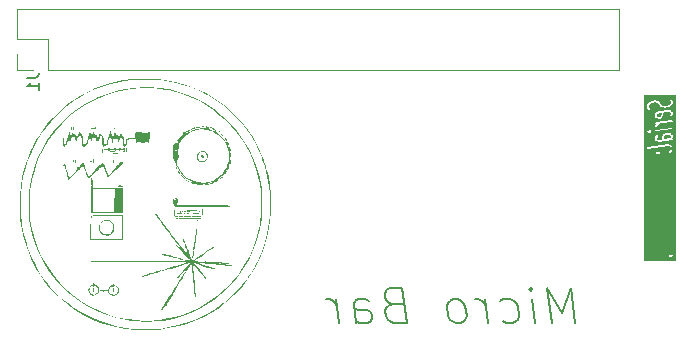
<source format=gbr>
%TF.GenerationSoftware,KiCad,Pcbnew,7.0.9*%
%TF.CreationDate,2023-11-18T01:38:35+02:00*%
%TF.ProjectId,MicroBars,4d696372-6f42-4617-9273-2e6b69636164,rev?*%
%TF.SameCoordinates,Original*%
%TF.FileFunction,Legend,Bot*%
%TF.FilePolarity,Positive*%
%FSLAX46Y46*%
G04 Gerber Fmt 4.6, Leading zero omitted, Abs format (unit mm)*
G04 Created by KiCad (PCBNEW 7.0.9) date 2023-11-18 01:38:35*
%MOMM*%
%LPD*%
G01*
G04 APERTURE LIST*
%ADD10C,0.150000*%
%ADD11C,0.120000*%
G04 APERTURE END LIST*
D10*
G36*
X162820101Y-120513112D02*
G01*
X162872438Y-120558906D01*
X162872438Y-120734454D01*
X162814894Y-120799191D01*
X162258679Y-120868718D01*
X162259879Y-120861915D01*
X162260502Y-120860345D01*
X162260276Y-120859664D01*
X162260533Y-120858207D01*
X162260533Y-120648626D01*
X162324490Y-120576674D01*
X162489312Y-120514866D01*
X162661722Y-120493314D01*
X162820101Y-120513112D01*
G37*
G36*
X162036257Y-118944139D02*
G01*
X161899818Y-118961195D01*
X161741440Y-118941397D01*
X161689104Y-118895603D01*
X161689104Y-118767674D01*
X161753061Y-118695722D01*
X161917885Y-118633913D01*
X162166266Y-118602865D01*
X162036257Y-118944139D01*
G37*
G36*
X163308152Y-131133951D02*
G01*
X160586724Y-131133951D01*
X160586724Y-130735401D01*
X162682055Y-130735401D01*
X162684495Y-130743321D01*
X162682977Y-130751470D01*
X162687128Y-130758824D01*
X162687424Y-130767265D01*
X162694186Y-130774774D01*
X162697162Y-130784430D01*
X162704121Y-130788928D01*
X162708196Y-130796146D01*
X162719381Y-130802749D01*
X162721757Y-130805387D01*
X162724502Y-130805772D01*
X162730627Y-130809388D01*
X162825866Y-130845102D01*
X162846933Y-130845306D01*
X162867800Y-130848237D01*
X162874393Y-130845572D01*
X162877167Y-130845599D01*
X162879908Y-130843343D01*
X162891950Y-130838477D01*
X162987188Y-130778953D01*
X162993408Y-130770989D01*
X163002401Y-130766383D01*
X163005622Y-130758747D01*
X163012023Y-130753482D01*
X163013570Y-130745177D01*
X163018769Y-130738522D01*
X163018415Y-130728426D01*
X163022344Y-130719115D01*
X163019903Y-130711193D01*
X163021421Y-130703047D01*
X163017269Y-130695692D01*
X163016974Y-130687251D01*
X163010212Y-130679743D01*
X163007237Y-130670086D01*
X163000277Y-130665587D01*
X162996203Y-130658370D01*
X162985017Y-130651766D01*
X162982642Y-130649129D01*
X162979896Y-130648743D01*
X162973772Y-130645128D01*
X162878534Y-130609414D01*
X162857466Y-130609209D01*
X162836600Y-130606279D01*
X162830006Y-130608943D01*
X162827233Y-130608917D01*
X162824491Y-130611172D01*
X162812450Y-130616039D01*
X162717211Y-130675563D01*
X162710990Y-130683526D01*
X162701998Y-130688133D01*
X162698776Y-130695768D01*
X162692376Y-130701034D01*
X162690828Y-130709337D01*
X162685630Y-130715993D01*
X162685983Y-130726090D01*
X162682055Y-130735401D01*
X160586724Y-130735401D01*
X160586724Y-122009208D01*
X161634436Y-122009208D01*
X161636876Y-122017128D01*
X161635358Y-122025276D01*
X161639509Y-122032630D01*
X161639805Y-122041072D01*
X161646567Y-122048581D01*
X161649543Y-122058237D01*
X161656502Y-122062735D01*
X161660577Y-122069953D01*
X161671762Y-122076556D01*
X161674138Y-122079194D01*
X161676883Y-122079579D01*
X161683008Y-122083195D01*
X161778246Y-122118909D01*
X161799313Y-122119113D01*
X161820180Y-122122044D01*
X161826773Y-122119379D01*
X161829546Y-122119406D01*
X161832287Y-122117151D01*
X161844330Y-122112284D01*
X161939569Y-122052760D01*
X161945789Y-122044796D01*
X161954782Y-122040190D01*
X161958003Y-122032554D01*
X161964404Y-122027289D01*
X161965951Y-122018985D01*
X161971150Y-122012330D01*
X161970796Y-122002232D01*
X161974725Y-121992922D01*
X161972283Y-121984999D01*
X161973802Y-121976853D01*
X161969651Y-121969500D01*
X161969356Y-121961058D01*
X161962593Y-121953548D01*
X161959618Y-121943893D01*
X161952656Y-121939394D01*
X161948583Y-121932177D01*
X161937399Y-121925574D01*
X161935023Y-121922936D01*
X161932276Y-121922550D01*
X161926153Y-121918935D01*
X161830914Y-121883221D01*
X161809846Y-121883016D01*
X161788980Y-121880086D01*
X161782386Y-121882750D01*
X161779613Y-121882724D01*
X161776871Y-121884979D01*
X161764830Y-121889846D01*
X161669592Y-121949370D01*
X161663372Y-121957332D01*
X161654379Y-121961940D01*
X161651157Y-121969575D01*
X161644757Y-121974841D01*
X161643209Y-121983145D01*
X161638011Y-121989801D01*
X161638364Y-121999897D01*
X161634436Y-122009208D01*
X160586724Y-122009208D01*
X160586724Y-121878256D01*
X162682055Y-121878256D01*
X162684495Y-121886176D01*
X162682977Y-121894325D01*
X162687128Y-121901679D01*
X162687424Y-121910120D01*
X162694186Y-121917629D01*
X162697162Y-121927285D01*
X162704121Y-121931783D01*
X162708196Y-121939001D01*
X162719381Y-121945604D01*
X162721757Y-121948242D01*
X162724502Y-121948627D01*
X162730627Y-121952243D01*
X162825866Y-121987957D01*
X162846933Y-121988161D01*
X162867800Y-121991092D01*
X162874393Y-121988427D01*
X162877167Y-121988454D01*
X162879908Y-121986198D01*
X162891950Y-121981332D01*
X162987188Y-121921808D01*
X162993408Y-121913844D01*
X163002401Y-121909238D01*
X163005622Y-121901602D01*
X163012023Y-121896337D01*
X163013570Y-121888032D01*
X163018769Y-121881377D01*
X163018415Y-121871281D01*
X163022344Y-121861970D01*
X163019903Y-121854048D01*
X163021421Y-121845902D01*
X163017269Y-121838547D01*
X163016974Y-121830106D01*
X163010212Y-121822598D01*
X163007237Y-121812941D01*
X163000277Y-121808442D01*
X162996203Y-121801225D01*
X162985017Y-121794621D01*
X162982642Y-121791984D01*
X162979896Y-121791598D01*
X162973772Y-121787983D01*
X162878534Y-121752269D01*
X162857466Y-121752064D01*
X162836600Y-121749134D01*
X162830006Y-121751798D01*
X162827233Y-121751772D01*
X162824491Y-121754027D01*
X162812450Y-121758894D01*
X162717211Y-121818418D01*
X162710990Y-121826381D01*
X162701998Y-121830988D01*
X162698776Y-121838623D01*
X162692376Y-121843889D01*
X162690828Y-121852192D01*
X162685630Y-121858848D01*
X162685983Y-121868945D01*
X162682055Y-121878256D01*
X160586724Y-121878256D01*
X160586724Y-121580636D01*
X160872532Y-121580636D01*
X160887639Y-121629665D01*
X160930726Y-121657513D01*
X160956741Y-121658819D01*
X162661722Y-121445695D01*
X162820101Y-121465493D01*
X162898050Y-121533698D01*
X162945886Y-121552239D01*
X162994448Y-121535694D01*
X163021013Y-121491804D01*
X163013152Y-121441107D01*
X162996826Y-121420812D01*
X162901588Y-121337479D01*
X162892804Y-121334074D01*
X162886395Y-121327171D01*
X162861502Y-121319501D01*
X162671026Y-121295691D01*
X162667675Y-121296456D01*
X162652420Y-121295691D01*
X160938135Y-121509977D01*
X160892475Y-121533368D01*
X160872532Y-121580636D01*
X160586724Y-121580636D01*
X160586724Y-120882017D01*
X161539104Y-120882017D01*
X161545517Y-120899636D01*
X161548390Y-120918164D01*
X161555459Y-120926952D01*
X161556651Y-120930226D01*
X161559342Y-120931780D01*
X161564716Y-120938460D01*
X161659954Y-121021793D01*
X161668736Y-121025196D01*
X161675146Y-121032101D01*
X161700039Y-121039771D01*
X161890516Y-121063581D01*
X161893866Y-121062815D01*
X161909122Y-121063581D01*
X162956741Y-120932628D01*
X163002401Y-120909237D01*
X163022344Y-120861969D01*
X163007237Y-120812940D01*
X163004212Y-120810985D01*
X163008749Y-120799543D01*
X163017915Y-120788621D01*
X163021784Y-120766677D01*
X163022407Y-120765107D01*
X163022181Y-120764426D01*
X163022438Y-120762969D01*
X163022438Y-120524874D01*
X163016025Y-120507255D01*
X163013152Y-120488726D01*
X163006082Y-120479937D01*
X163004891Y-120476665D01*
X163002199Y-120475111D01*
X162996826Y-120468431D01*
X162901588Y-120385098D01*
X162892804Y-120381693D01*
X162886395Y-120374790D01*
X162861502Y-120367120D01*
X162671026Y-120343310D01*
X162667675Y-120344075D01*
X162652420Y-120343310D01*
X162461944Y-120367120D01*
X162458808Y-120368726D01*
X162444913Y-120371316D01*
X162254437Y-120442744D01*
X162250397Y-120446200D01*
X162245138Y-120446974D01*
X162224715Y-120463142D01*
X162129477Y-120570285D01*
X162124221Y-120583537D01*
X162115056Y-120594460D01*
X162111186Y-120616403D01*
X162110564Y-120617974D01*
X162110789Y-120618654D01*
X162110533Y-120620112D01*
X162110533Y-120829692D01*
X162052988Y-120894429D01*
X161899818Y-120913576D01*
X161741440Y-120893778D01*
X161689104Y-120847984D01*
X161689104Y-120720055D01*
X161765398Y-120634225D01*
X161784311Y-120586536D01*
X161768147Y-120537846D01*
X161724466Y-120510939D01*
X161673709Y-120518403D01*
X161653286Y-120534571D01*
X161558048Y-120641714D01*
X161552792Y-120654966D01*
X161543627Y-120665889D01*
X161539757Y-120687832D01*
X161539135Y-120689403D01*
X161539360Y-120690083D01*
X161539104Y-120691541D01*
X161539104Y-120882017D01*
X160586724Y-120882017D01*
X160586724Y-120199684D01*
X160872532Y-120199684D01*
X160874972Y-120207604D01*
X160873454Y-120215752D01*
X160877605Y-120223106D01*
X160877901Y-120231548D01*
X160884663Y-120239057D01*
X160887639Y-120248713D01*
X160894598Y-120253211D01*
X160898673Y-120260429D01*
X160909858Y-120267032D01*
X160912234Y-120269670D01*
X160914979Y-120270055D01*
X160921104Y-120273671D01*
X161016342Y-120309385D01*
X161037409Y-120309589D01*
X161058276Y-120312520D01*
X161064869Y-120309855D01*
X161067642Y-120309882D01*
X161070383Y-120307627D01*
X161082426Y-120302760D01*
X161177664Y-120243236D01*
X161183884Y-120235272D01*
X161192877Y-120230666D01*
X161196098Y-120223030D01*
X161202499Y-120217765D01*
X161204046Y-120209460D01*
X161209245Y-120202805D01*
X161208891Y-120192709D01*
X161212820Y-120183398D01*
X161210379Y-120175476D01*
X161211897Y-120167330D01*
X161207745Y-120159975D01*
X161207450Y-120151534D01*
X161200688Y-120144026D01*
X161197713Y-120134369D01*
X161190752Y-120129870D01*
X161186679Y-120122653D01*
X161176005Y-120116351D01*
X161539198Y-120116351D01*
X161554305Y-120165380D01*
X161597392Y-120193228D01*
X161623407Y-120194534D01*
X162956740Y-120027867D01*
X163002401Y-120004476D01*
X163022344Y-119957208D01*
X163007237Y-119908179D01*
X162964150Y-119880332D01*
X162938135Y-119879025D01*
X161604801Y-120045692D01*
X161559141Y-120069083D01*
X161539198Y-120116351D01*
X161176005Y-120116351D01*
X161175493Y-120116049D01*
X161173118Y-120113412D01*
X161170372Y-120113026D01*
X161164248Y-120109411D01*
X161069010Y-120073697D01*
X161047942Y-120073492D01*
X161027076Y-120070562D01*
X161020482Y-120073226D01*
X161017709Y-120073200D01*
X161014967Y-120075455D01*
X161002926Y-120080322D01*
X160907688Y-120139846D01*
X160901468Y-120147808D01*
X160892475Y-120152416D01*
X160889253Y-120160051D01*
X160882853Y-120165317D01*
X160881305Y-120173621D01*
X160876107Y-120180277D01*
X160876460Y-120190373D01*
X160872532Y-120199684D01*
X160586724Y-120199684D01*
X160586724Y-119786779D01*
X161539104Y-119786779D01*
X161556651Y-119834988D01*
X161601080Y-119860640D01*
X161651604Y-119851731D01*
X161684581Y-119812431D01*
X161689104Y-119786779D01*
X161689104Y-119720055D01*
X161758234Y-119642283D01*
X161837953Y-119592459D01*
X162013123Y-119526771D01*
X162956740Y-119408819D01*
X163002401Y-119385428D01*
X163022344Y-119338160D01*
X163007237Y-119289131D01*
X162964150Y-119261284D01*
X162938135Y-119259977D01*
X161604801Y-119426644D01*
X161559141Y-119450035D01*
X161539198Y-119497303D01*
X161554305Y-119546332D01*
X161597392Y-119574180D01*
X161617194Y-119575174D01*
X161558048Y-119641714D01*
X161552792Y-119654966D01*
X161543627Y-119665889D01*
X161539757Y-119687832D01*
X161539135Y-119689403D01*
X161539360Y-119690083D01*
X161539104Y-119691541D01*
X161539104Y-119786779D01*
X160586724Y-119786779D01*
X160586724Y-118929636D01*
X161539104Y-118929636D01*
X161545517Y-118947255D01*
X161548390Y-118965783D01*
X161555459Y-118974571D01*
X161556651Y-118977845D01*
X161559342Y-118979399D01*
X161564716Y-118986079D01*
X161659954Y-119069412D01*
X161668736Y-119072815D01*
X161675146Y-119079720D01*
X161700039Y-119087390D01*
X161890516Y-119111200D01*
X161893866Y-119110434D01*
X161909122Y-119111200D01*
X162099597Y-119087390D01*
X162100841Y-119086752D01*
X162102216Y-119087016D01*
X162123548Y-119075120D01*
X162145258Y-119063999D01*
X162145801Y-119062711D01*
X162147023Y-119062030D01*
X162160382Y-119039669D01*
X162334807Y-118581798D01*
X162661722Y-118540933D01*
X162820101Y-118560731D01*
X162872438Y-118606525D01*
X162872438Y-118734454D01*
X162796144Y-118820285D01*
X162777231Y-118867974D01*
X162793395Y-118916664D01*
X162837076Y-118943571D01*
X162887833Y-118936107D01*
X162908256Y-118919939D01*
X163003494Y-118812796D01*
X163008749Y-118799543D01*
X163017915Y-118788621D01*
X163021784Y-118766677D01*
X163022407Y-118765107D01*
X163022181Y-118764426D01*
X163022438Y-118762969D01*
X163022438Y-118572493D01*
X163016025Y-118554874D01*
X163013152Y-118536345D01*
X163006082Y-118527556D01*
X163004891Y-118524284D01*
X163002199Y-118522730D01*
X162996826Y-118516050D01*
X162901588Y-118432717D01*
X162892804Y-118429312D01*
X162886395Y-118422409D01*
X162861502Y-118414739D01*
X162671026Y-118390929D01*
X162667673Y-118391695D01*
X162652420Y-118390929D01*
X161890516Y-118486167D01*
X161887379Y-118487773D01*
X161873485Y-118490363D01*
X161683008Y-118561792D01*
X161678968Y-118565248D01*
X161673709Y-118566022D01*
X161653286Y-118582190D01*
X161558048Y-118689333D01*
X161552792Y-118702585D01*
X161543627Y-118713508D01*
X161539757Y-118735451D01*
X161539135Y-118737022D01*
X161539360Y-118737702D01*
X161539104Y-118739160D01*
X161539104Y-118929636D01*
X160586724Y-118929636D01*
X160586724Y-118155826D01*
X160872438Y-118155826D01*
X160876093Y-118165869D01*
X160875353Y-118176533D01*
X160886783Y-118199939D01*
X160982021Y-118330892D01*
X161024567Y-118359560D01*
X161075586Y-118354174D01*
X161111207Y-118317252D01*
X161114761Y-118266073D01*
X161103331Y-118242667D01*
X161022438Y-118131437D01*
X161022438Y-117946245D01*
X161091568Y-117868473D01*
X161171287Y-117818649D01*
X161346455Y-117752961D01*
X161518865Y-117731409D01*
X161691276Y-117752961D01*
X161765465Y-117780782D01*
X161840102Y-117846089D01*
X161928881Y-118012550D01*
X161929264Y-118012894D01*
X161929343Y-118013402D01*
X161945669Y-118033698D01*
X162040907Y-118117031D01*
X162041315Y-118117189D01*
X162041530Y-118117570D01*
X162063960Y-118130813D01*
X162159198Y-118166527D01*
X162162720Y-118166561D01*
X162176231Y-118170724D01*
X162366706Y-118194533D01*
X162370058Y-118193766D01*
X162385311Y-118194533D01*
X162575787Y-118170724D01*
X162578922Y-118169117D01*
X162592819Y-118166528D01*
X162783296Y-118095098D01*
X162785958Y-118092819D01*
X162796711Y-118088474D01*
X162891950Y-118028950D01*
X162893719Y-118026685D01*
X162908256Y-118015177D01*
X163003494Y-117908034D01*
X163008749Y-117894781D01*
X163017915Y-117883859D01*
X163021784Y-117861915D01*
X163022407Y-117860345D01*
X163022181Y-117859664D01*
X163022438Y-117858207D01*
X163022438Y-117620112D01*
X163018782Y-117610068D01*
X163019523Y-117599405D01*
X163008093Y-117575999D01*
X162912855Y-117445047D01*
X162870309Y-117416379D01*
X162819290Y-117421766D01*
X162783669Y-117458687D01*
X162780115Y-117509867D01*
X162791545Y-117533273D01*
X162872438Y-117644500D01*
X162872438Y-117829692D01*
X162803307Y-117907464D01*
X162723587Y-117957289D01*
X162548419Y-118022977D01*
X162376008Y-118044528D01*
X162203599Y-118022977D01*
X162129408Y-117995155D01*
X162054775Y-117929850D01*
X161965995Y-117763390D01*
X161965612Y-117763046D01*
X161965533Y-117762536D01*
X161949206Y-117742240D01*
X161853968Y-117658907D01*
X161853560Y-117658749D01*
X161853345Y-117658367D01*
X161830914Y-117645125D01*
X161735676Y-117609411D01*
X161732151Y-117609376D01*
X161718644Y-117605215D01*
X161528169Y-117581405D01*
X161524818Y-117582170D01*
X161509563Y-117581405D01*
X161319087Y-117605215D01*
X161315951Y-117606821D01*
X161302056Y-117609411D01*
X161111580Y-117680839D01*
X161108916Y-117683118D01*
X161098164Y-117687464D01*
X161002926Y-117746988D01*
X161001157Y-117749252D01*
X160986620Y-117760761D01*
X160891382Y-117867904D01*
X160886126Y-117881156D01*
X160876961Y-117892079D01*
X160873091Y-117914022D01*
X160872469Y-117915593D01*
X160872694Y-117916273D01*
X160872438Y-117917731D01*
X160872438Y-118155826D01*
X160586724Y-118155826D01*
X160586724Y-117130665D01*
X163308152Y-117130665D01*
X163308152Y-131133951D01*
G37*
X154804887Y-136425057D02*
X154429887Y-133425057D01*
X154429887Y-133425057D02*
X153697744Y-135567914D01*
X153697744Y-135567914D02*
X152429887Y-133425057D01*
X152429887Y-133425057D02*
X152804887Y-136425057D01*
X151376316Y-136425057D02*
X151126316Y-134425057D01*
X151001316Y-133425057D02*
X151162030Y-133567914D01*
X151162030Y-133567914D02*
X151037030Y-133710771D01*
X151037030Y-133710771D02*
X150876316Y-133567914D01*
X150876316Y-133567914D02*
X151001316Y-133425057D01*
X151001316Y-133425057D02*
X151037030Y-133710771D01*
X148644174Y-136282200D02*
X148947745Y-136425057D01*
X148947745Y-136425057D02*
X149519174Y-136425057D01*
X149519174Y-136425057D02*
X149787031Y-136282200D01*
X149787031Y-136282200D02*
X149912031Y-136139342D01*
X149912031Y-136139342D02*
X150019174Y-135853628D01*
X150019174Y-135853628D02*
X149912031Y-134996485D01*
X149912031Y-134996485D02*
X149733459Y-134710771D01*
X149733459Y-134710771D02*
X149572745Y-134567914D01*
X149572745Y-134567914D02*
X149269174Y-134425057D01*
X149269174Y-134425057D02*
X148697745Y-134425057D01*
X148697745Y-134425057D02*
X148429888Y-134567914D01*
X147376316Y-136425057D02*
X147126316Y-134425057D01*
X147197745Y-134996485D02*
X147019173Y-134710771D01*
X147019173Y-134710771D02*
X146858459Y-134567914D01*
X146858459Y-134567914D02*
X146554887Y-134425057D01*
X146554887Y-134425057D02*
X146269173Y-134425057D01*
X145090602Y-136425057D02*
X145358459Y-136282200D01*
X145358459Y-136282200D02*
X145483459Y-136139342D01*
X145483459Y-136139342D02*
X145590602Y-135853628D01*
X145590602Y-135853628D02*
X145483459Y-134996485D01*
X145483459Y-134996485D02*
X145304887Y-134710771D01*
X145304887Y-134710771D02*
X145144173Y-134567914D01*
X145144173Y-134567914D02*
X144840602Y-134425057D01*
X144840602Y-134425057D02*
X144412030Y-134425057D01*
X144412030Y-134425057D02*
X144144173Y-134567914D01*
X144144173Y-134567914D02*
X144019173Y-134710771D01*
X144019173Y-134710771D02*
X143912030Y-134996485D01*
X143912030Y-134996485D02*
X144019173Y-135853628D01*
X144019173Y-135853628D02*
X144197744Y-136139342D01*
X144197744Y-136139342D02*
X144358459Y-136282200D01*
X144358459Y-136282200D02*
X144662030Y-136425057D01*
X144662030Y-136425057D02*
X145090602Y-136425057D01*
X139322744Y-134853628D02*
X138912030Y-134996485D01*
X138912030Y-134996485D02*
X138787030Y-135139342D01*
X138787030Y-135139342D02*
X138679887Y-135425057D01*
X138679887Y-135425057D02*
X138733459Y-135853628D01*
X138733459Y-135853628D02*
X138912030Y-136139342D01*
X138912030Y-136139342D02*
X139072744Y-136282200D01*
X139072744Y-136282200D02*
X139376316Y-136425057D01*
X139376316Y-136425057D02*
X140519173Y-136425057D01*
X140519173Y-136425057D02*
X140144173Y-133425057D01*
X140144173Y-133425057D02*
X139144173Y-133425057D01*
X139144173Y-133425057D02*
X138876316Y-133567914D01*
X138876316Y-133567914D02*
X138751316Y-133710771D01*
X138751316Y-133710771D02*
X138644173Y-133996485D01*
X138644173Y-133996485D02*
X138679887Y-134282200D01*
X138679887Y-134282200D02*
X138858459Y-134567914D01*
X138858459Y-134567914D02*
X139019173Y-134710771D01*
X139019173Y-134710771D02*
X139322744Y-134853628D01*
X139322744Y-134853628D02*
X140322744Y-134853628D01*
X136233459Y-136425057D02*
X136037030Y-134853628D01*
X136037030Y-134853628D02*
X136144173Y-134567914D01*
X136144173Y-134567914D02*
X136412030Y-134425057D01*
X136412030Y-134425057D02*
X136983459Y-134425057D01*
X136983459Y-134425057D02*
X137287030Y-134567914D01*
X136215602Y-136282200D02*
X136519173Y-136425057D01*
X136519173Y-136425057D02*
X137233459Y-136425057D01*
X137233459Y-136425057D02*
X137501316Y-136282200D01*
X137501316Y-136282200D02*
X137608459Y-135996485D01*
X137608459Y-135996485D02*
X137572744Y-135710771D01*
X137572744Y-135710771D02*
X137394173Y-135425057D01*
X137394173Y-135425057D02*
X137090602Y-135282200D01*
X137090602Y-135282200D02*
X136376316Y-135282200D01*
X136376316Y-135282200D02*
X136072744Y-135139342D01*
X134804887Y-136425057D02*
X134554887Y-134425057D01*
X134626316Y-134996485D02*
X134447744Y-134710771D01*
X134447744Y-134710771D02*
X134287030Y-134567914D01*
X134287030Y-134567914D02*
X133983458Y-134425057D01*
X133983458Y-134425057D02*
X133697744Y-134425057D01*
X108354819Y-115666666D02*
X109069104Y-115666666D01*
X109069104Y-115666666D02*
X109211961Y-115619047D01*
X109211961Y-115619047D02*
X109307200Y-115523809D01*
X109307200Y-115523809D02*
X109354819Y-115380952D01*
X109354819Y-115380952D02*
X109354819Y-115285714D01*
X109354819Y-116666666D02*
X109354819Y-116095238D01*
X109354819Y-116380952D02*
X108354819Y-116380952D01*
X108354819Y-116380952D02*
X108497676Y-116285714D01*
X108497676Y-116285714D02*
X108592914Y-116190476D01*
X108592914Y-116190476D02*
X108640533Y-116095238D01*
%TO.C,G\u002A\u002A\u002A*%
G36*
X129033248Y-126236907D02*
G01*
X129022658Y-126982817D01*
X128970833Y-127704708D01*
X128877153Y-128380339D01*
X128715215Y-129142402D01*
X128446296Y-130053941D01*
X128102853Y-130922472D01*
X127684598Y-131748553D01*
X127191243Y-132532741D01*
X126622499Y-133275590D01*
X125978079Y-133977659D01*
X125894784Y-134060095D01*
X125225097Y-134666128D01*
X124525179Y-135199212D01*
X123781356Y-135669878D01*
X123325565Y-135914418D01*
X122528101Y-136268347D01*
X121671863Y-136562449D01*
X120759676Y-136795805D01*
X119794362Y-136967496D01*
X119778347Y-136969722D01*
X119577277Y-136991163D01*
X119332158Y-137005971D01*
X119032519Y-137014455D01*
X118667889Y-137016925D01*
X118227797Y-137013688D01*
X117756892Y-137004205D01*
X117344636Y-136986547D01*
X116978052Y-136958351D01*
X116636876Y-136917164D01*
X116300843Y-136860533D01*
X115949689Y-136786005D01*
X115563149Y-136691126D01*
X115281122Y-136614985D01*
X114845659Y-136480844D01*
X114417864Y-136325898D01*
X113971777Y-136140467D01*
X113481441Y-135914872D01*
X113259323Y-135803539D01*
X112689871Y-135474355D01*
X112113856Y-135083470D01*
X111548090Y-134644434D01*
X111009387Y-134170797D01*
X110514559Y-133676108D01*
X110080419Y-133173918D01*
X109974114Y-133034349D01*
X109839357Y-132848216D01*
X109690334Y-132635750D01*
X109537860Y-132412948D01*
X109392749Y-132195806D01*
X109265819Y-132000321D01*
X109167885Y-131842489D01*
X109109761Y-131738305D01*
X109108807Y-131736326D01*
X109061085Y-131643095D01*
X108987332Y-131504883D01*
X108903100Y-131350847D01*
X108878394Y-131305349D01*
X108733556Y-131008547D01*
X108581866Y-130653331D01*
X108431480Y-130261819D01*
X108290554Y-129856127D01*
X108167243Y-129458375D01*
X108069702Y-129090678D01*
X108044668Y-128983686D01*
X107943101Y-128505123D01*
X107867224Y-128053292D01*
X107814883Y-127605887D01*
X107783920Y-127140602D01*
X107772180Y-126635129D01*
X107775705Y-126259330D01*
X107859040Y-126259330D01*
X107862492Y-126681283D01*
X107874135Y-127096027D01*
X107893703Y-127483912D01*
X107920928Y-127825288D01*
X107955545Y-128100508D01*
X108060910Y-128659989D01*
X108253455Y-129431833D01*
X108493786Y-130178758D01*
X108775688Y-130882064D01*
X109092945Y-131523051D01*
X109145246Y-131618245D01*
X109226008Y-131766795D01*
X109285175Y-131877657D01*
X109312650Y-131932034D01*
X109336011Y-131974653D01*
X109404582Y-132082169D01*
X109505687Y-132232558D01*
X109628620Y-132410523D01*
X109762677Y-132600768D01*
X109897154Y-132787997D01*
X110021346Y-132956911D01*
X110124547Y-133092215D01*
X110162349Y-133139312D01*
X110344671Y-133350069D01*
X110572788Y-133595083D01*
X110830247Y-133858146D01*
X111100593Y-134123049D01*
X111367374Y-134373584D01*
X111614135Y-134593544D01*
X111824423Y-134766720D01*
X112336209Y-135136826D01*
X113110404Y-135612082D01*
X113928468Y-136022839D01*
X114776207Y-136362190D01*
X115639424Y-136623227D01*
X115662504Y-136629019D01*
X115892458Y-136682061D01*
X116155413Y-136736095D01*
X116431871Y-136787785D01*
X116702338Y-136833796D01*
X116947317Y-136870792D01*
X117147313Y-136895438D01*
X117282831Y-136904398D01*
X117297617Y-136904546D01*
X117408869Y-136914965D01*
X117476560Y-136936771D01*
X117511363Y-136943149D01*
X117623207Y-136948690D01*
X117799475Y-136951312D01*
X118028057Y-136950967D01*
X118296844Y-136947606D01*
X118593729Y-136941183D01*
X118749635Y-136936759D01*
X119230893Y-136916823D01*
X119652924Y-136887360D01*
X120036317Y-136845819D01*
X120401664Y-136789650D01*
X120769554Y-136716303D01*
X121160576Y-136623227D01*
X121727709Y-136461408D01*
X122592069Y-136144662D01*
X123430050Y-135752561D01*
X124228827Y-135291345D01*
X124975578Y-134767252D01*
X125008509Y-134741499D01*
X125241136Y-134546400D01*
X125507476Y-134304834D01*
X125790751Y-134033566D01*
X126074179Y-133749362D01*
X126340983Y-133468986D01*
X126574382Y-133209204D01*
X126757597Y-132986779D01*
X126814013Y-132912403D01*
X126931620Y-132752547D01*
X127058603Y-132575214D01*
X127184949Y-132394915D01*
X127300647Y-132226163D01*
X127395685Y-132083469D01*
X127460049Y-131981346D01*
X127483729Y-131934304D01*
X127483770Y-131934001D01*
X127505410Y-131890866D01*
X127561136Y-131788474D01*
X127642745Y-131641715D01*
X127742034Y-131465476D01*
X127744911Y-131460396D01*
X127844204Y-131282268D01*
X127925409Y-131131370D01*
X127980223Y-131023490D01*
X128000339Y-130974416D01*
X128003003Y-130961422D01*
X128030255Y-130882228D01*
X128080688Y-130752526D01*
X128146502Y-130592686D01*
X128161661Y-130556486D01*
X128400432Y-129911536D01*
X128604911Y-129214709D01*
X128767687Y-128494377D01*
X128881351Y-127778912D01*
X128912268Y-127451878D01*
X128933945Y-127051017D01*
X128944890Y-126612847D01*
X128945103Y-126161917D01*
X128934584Y-125722773D01*
X128913333Y-125319963D01*
X128881351Y-124978036D01*
X128860626Y-124822195D01*
X128793122Y-124408461D01*
X128707390Y-123978427D01*
X128608384Y-123552523D01*
X128501060Y-123151180D01*
X128390373Y-122794828D01*
X128281278Y-122503898D01*
X128272827Y-122483822D01*
X128224528Y-122366927D01*
X128158967Y-122206249D01*
X128087809Y-122030339D01*
X128004256Y-121831089D01*
X127651161Y-121117586D01*
X127222634Y-120417778D01*
X126727024Y-119741559D01*
X126172674Y-119098820D01*
X125567932Y-118499455D01*
X124921144Y-117953356D01*
X124240657Y-117470416D01*
X124163486Y-117421388D01*
X123944346Y-117287976D01*
X123703224Y-117147656D01*
X123459115Y-117010944D01*
X123231014Y-116888355D01*
X123037915Y-116790404D01*
X122898814Y-116727606D01*
X122448504Y-116554375D01*
X121959850Y-116379613D01*
X121509515Y-116235749D01*
X121077318Y-116116851D01*
X120643077Y-116016986D01*
X120186610Y-115930219D01*
X120050091Y-115907412D01*
X119882103Y-115882958D01*
X119715963Y-115864449D01*
X119537015Y-115851089D01*
X119330602Y-115842084D01*
X119082067Y-115836636D01*
X118776752Y-115833951D01*
X118400000Y-115833233D01*
X118109235Y-115833621D01*
X117787612Y-115835745D01*
X117526395Y-115840435D01*
X117310926Y-115848487D01*
X117126548Y-115860695D01*
X116958604Y-115877856D01*
X116792437Y-115900766D01*
X116613390Y-115930219D01*
X116231487Y-116001659D01*
X115794923Y-116098910D01*
X115363792Y-116214197D01*
X114917913Y-116353453D01*
X114437105Y-116522612D01*
X113901187Y-116727606D01*
X113886336Y-116733537D01*
X113656219Y-116838676D01*
X113376252Y-116985910D01*
X113063156Y-117165067D01*
X112733652Y-117365975D01*
X112404460Y-117578460D01*
X112092301Y-117792350D01*
X111813895Y-117997474D01*
X111754468Y-118044288D01*
X111511888Y-118250419D01*
X111238083Y-118501912D01*
X110949427Y-118782198D01*
X110662292Y-119074705D01*
X110393052Y-119362862D01*
X110158080Y-119630098D01*
X109973749Y-119859844D01*
X109949196Y-119892824D01*
X109566447Y-120441473D01*
X109222067Y-121000656D01*
X108927227Y-121551065D01*
X108693100Y-122073390D01*
X108690967Y-122078739D01*
X108623669Y-122246480D01*
X108561781Y-122399005D01*
X108518454Y-122503898D01*
X108492354Y-122567673D01*
X108377373Y-122891447D01*
X108263336Y-123276299D01*
X108155101Y-123702008D01*
X108057521Y-124148355D01*
X107975454Y-124595117D01*
X107913754Y-125022076D01*
X107900502Y-125146706D01*
X107877778Y-125472392D01*
X107864047Y-125849816D01*
X107859040Y-126259330D01*
X107775705Y-126259330D01*
X107777508Y-126067162D01*
X107789464Y-125709449D01*
X107855098Y-124864978D01*
X107972727Y-124081889D01*
X108143387Y-123354243D01*
X108368112Y-122676101D01*
X108512707Y-122302929D01*
X108632640Y-121999669D01*
X108726719Y-121769669D01*
X108796552Y-121609000D01*
X108843748Y-121513729D01*
X108893823Y-121424856D01*
X108973926Y-121281061D01*
X109059462Y-121126271D01*
X109169448Y-120927936D01*
X109303117Y-120694342D01*
X109427390Y-120489677D01*
X109554960Y-120294753D01*
X109698515Y-120090379D01*
X109870747Y-119857366D01*
X110084345Y-119576525D01*
X110267202Y-119352641D01*
X110556957Y-119034400D01*
X110889116Y-118701177D01*
X111246068Y-118369807D01*
X111610200Y-118057126D01*
X111963899Y-117779967D01*
X111970851Y-117774775D01*
X112040110Y-117721940D01*
X112136102Y-117647781D01*
X112310559Y-117523140D01*
X112567256Y-117359680D01*
X112868662Y-117182295D01*
X113196204Y-117000947D01*
X113531309Y-116825602D01*
X113855404Y-116666223D01*
X114149916Y-116532775D01*
X114396271Y-116435222D01*
X114440575Y-116419644D01*
X115169627Y-116182949D01*
X115859847Y-115998875D01*
X116534313Y-115861951D01*
X117216102Y-115766707D01*
X117394295Y-115751614D01*
X117678294Y-115737511D01*
X118008636Y-115728829D01*
X118363276Y-115725565D01*
X118720168Y-115727722D01*
X119057266Y-115735297D01*
X119352525Y-115748292D01*
X119583899Y-115766707D01*
X119990585Y-115818537D01*
X120933066Y-115995188D01*
X121842871Y-116246185D01*
X122714567Y-116569626D01*
X123542723Y-116963607D01*
X124321906Y-117426227D01*
X124392753Y-117473015D01*
X124569821Y-117590759D01*
X124715309Y-117688654D01*
X124815738Y-117757588D01*
X124857627Y-117788447D01*
X124873500Y-117802583D01*
X124945689Y-117862145D01*
X125060529Y-117954740D01*
X125202034Y-118067420D01*
X125243366Y-118100395D01*
X125758593Y-118550557D01*
X126272751Y-119070193D01*
X126771636Y-119645025D01*
X126862314Y-119761504D01*
X126984432Y-119927807D01*
X127119657Y-120119068D01*
X127258931Y-120321739D01*
X127393194Y-120522270D01*
X127513390Y-120707115D01*
X127610458Y-120862723D01*
X127675342Y-120975548D01*
X127698983Y-121032041D01*
X127700157Y-121036723D01*
X127728515Y-121096741D01*
X127787027Y-121207180D01*
X127865382Y-121348433D01*
X127922530Y-121456253D01*
X128020443Y-121660251D01*
X128122626Y-121891045D01*
X128214446Y-122116440D01*
X128283109Y-122294047D01*
X128351048Y-122468927D01*
X128403436Y-122602845D01*
X128432594Y-122676101D01*
X128464240Y-122762102D01*
X128517562Y-122924778D01*
X128579800Y-123127106D01*
X128643745Y-123344971D01*
X128702188Y-123554256D01*
X128747917Y-123730847D01*
X128823782Y-124077481D01*
X128933192Y-124761998D01*
X129003220Y-125489220D01*
X129030236Y-126161917D01*
X129033248Y-126236907D01*
G37*
G36*
X128297878Y-126188023D02*
G01*
X128298051Y-126599113D01*
X128288429Y-126995504D01*
X128268976Y-127353586D01*
X128239658Y-127649747D01*
X128089875Y-128503520D01*
X127851144Y-129396807D01*
X127533908Y-130256196D01*
X127139417Y-131079098D01*
X126668924Y-131862924D01*
X126123680Y-132605086D01*
X125504939Y-133302996D01*
X125412677Y-133397015D01*
X124811299Y-133958544D01*
X124186487Y-134451058D01*
X123518719Y-134888809D01*
X122788474Y-135286046D01*
X122388556Y-135474425D01*
X121569761Y-135795786D01*
X120725797Y-136041039D01*
X119842204Y-136214741D01*
X119513041Y-136253618D01*
X119121472Y-136280906D01*
X118693156Y-136296228D01*
X118252432Y-136299410D01*
X117823637Y-136290278D01*
X117431111Y-136268657D01*
X117099192Y-136234373D01*
X116915647Y-136207293D01*
X116001444Y-136021767D01*
X115119128Y-135757145D01*
X114271832Y-135415010D01*
X113462691Y-134996944D01*
X112694839Y-134504532D01*
X111971410Y-133939354D01*
X111295537Y-133302996D01*
X110722116Y-132660581D01*
X110170236Y-131920913D01*
X109693538Y-131140058D01*
X109293111Y-130320264D01*
X108970044Y-129463782D01*
X108725425Y-128572860D01*
X108560342Y-127649747D01*
X108535096Y-127415721D01*
X108510488Y-127025949D01*
X108499207Y-126593817D01*
X108500242Y-126340395D01*
X108584736Y-126340395D01*
X108586899Y-126686264D01*
X108594818Y-127012695D01*
X108608499Y-127297707D01*
X108627950Y-127519322D01*
X108725570Y-128156177D01*
X108935021Y-129057900D01*
X109223191Y-129925456D01*
X109589179Y-130757095D01*
X110032079Y-131551066D01*
X110550989Y-132305617D01*
X111145004Y-133019000D01*
X111813221Y-133689462D01*
X112340719Y-134137504D01*
X113022918Y-134625686D01*
X113749983Y-135056705D01*
X114511380Y-135426066D01*
X115296579Y-135729276D01*
X116095046Y-135961839D01*
X116896251Y-136119262D01*
X117689661Y-136197051D01*
X117843374Y-136204336D01*
X118038630Y-136214028D01*
X118196381Y-136222356D01*
X118292373Y-136228072D01*
X118331543Y-136230424D01*
X118594349Y-136233004D01*
X118915162Y-136219112D01*
X119271921Y-136190783D01*
X119642569Y-136150049D01*
X120005044Y-136098946D01*
X120337288Y-136039507D01*
X120411308Y-136024182D01*
X121298010Y-135794463D01*
X122148161Y-135489010D01*
X122958209Y-135111440D01*
X123724599Y-134665369D01*
X124443781Y-134154417D01*
X125112200Y-133582198D01*
X125726304Y-132952332D01*
X126282541Y-132268434D01*
X126777357Y-131534123D01*
X127207200Y-130753015D01*
X127568517Y-129928728D01*
X127857756Y-129064879D01*
X128071363Y-128165084D01*
X128080593Y-128114783D01*
X128130609Y-127766286D01*
X128169877Y-127359651D01*
X128197550Y-126918402D01*
X128212782Y-126466066D01*
X128214725Y-126026167D01*
X128202531Y-125622230D01*
X128175354Y-125277781D01*
X128081577Y-124641582D01*
X127877101Y-123750837D01*
X127591099Y-122881749D01*
X127225732Y-122039773D01*
X126783162Y-121230366D01*
X126265553Y-120458983D01*
X126140567Y-120298939D01*
X125911689Y-120032378D01*
X125641047Y-119739652D01*
X125344370Y-119436315D01*
X125037384Y-119137922D01*
X124735820Y-118860029D01*
X124455404Y-118618188D01*
X124211865Y-118427956D01*
X123782976Y-118133201D01*
X122982410Y-117662267D01*
X122149948Y-117270913D01*
X121287633Y-116959936D01*
X120397512Y-116730134D01*
X119481626Y-116582305D01*
X119286721Y-116564805D01*
X118946829Y-116549038D01*
X118561643Y-116544391D01*
X118153012Y-116550210D01*
X117742784Y-116565840D01*
X117352810Y-116590626D01*
X117004938Y-116623913D01*
X116721017Y-116665046D01*
X116714801Y-116666187D01*
X115797422Y-116875953D01*
X114922457Y-117160409D01*
X114088309Y-117520244D01*
X113293382Y-117956146D01*
X112536077Y-118468802D01*
X111958712Y-118933965D01*
X111299614Y-119562659D01*
X110704978Y-120245387D01*
X110177264Y-120977885D01*
X109718934Y-121755887D01*
X109332452Y-122575127D01*
X109020280Y-123431341D01*
X108784878Y-124320263D01*
X108628711Y-125237627D01*
X108612700Y-125405956D01*
X108597643Y-125678261D01*
X108588319Y-125997067D01*
X108584736Y-126340395D01*
X108500242Y-126340395D01*
X108501043Y-126144419D01*
X108515783Y-125702851D01*
X108543216Y-125294207D01*
X108583132Y-124943581D01*
X108701903Y-124287722D01*
X108935164Y-123403712D01*
X109245394Y-122551975D01*
X109629412Y-121736834D01*
X110084038Y-120962616D01*
X110606090Y-120233645D01*
X111192390Y-119554248D01*
X111839755Y-118928748D01*
X112545005Y-118361471D01*
X113304961Y-117856743D01*
X114116441Y-117418888D01*
X114352135Y-117308548D01*
X115128594Y-116992845D01*
X115905822Y-116752969D01*
X116698383Y-116585635D01*
X117520840Y-116487558D01*
X118387757Y-116455452D01*
X118721850Y-116459900D01*
X119588478Y-116517854D01*
X120416072Y-116645119D01*
X121217014Y-116844553D01*
X122003687Y-117119017D01*
X122788474Y-117471367D01*
X123431267Y-117820956D01*
X124194253Y-118320592D01*
X124903127Y-118882584D01*
X125554636Y-119502389D01*
X126145529Y-120175467D01*
X126672555Y-120897278D01*
X127132461Y-121663280D01*
X127521997Y-122468933D01*
X127837911Y-123309697D01*
X128076950Y-124181030D01*
X128235864Y-125078391D01*
X128238930Y-125102664D01*
X128268282Y-125416188D01*
X128287943Y-125785844D01*
X128293880Y-126026167D01*
X128297878Y-126188023D01*
G37*
G36*
X121803627Y-130440587D02*
G01*
X121942328Y-130615910D01*
X122050344Y-130750766D01*
X122120450Y-130835859D01*
X122145424Y-130861893D01*
X122134056Y-130825844D01*
X122095022Y-130730468D01*
X122037797Y-130601492D01*
X121990703Y-130493829D01*
X121947025Y-130381502D01*
X121930170Y-130319801D01*
X121924249Y-130284154D01*
X121890824Y-130198653D01*
X121846461Y-130107276D01*
X121778429Y-129946143D01*
X121711481Y-129767906D01*
X121652026Y-129591881D01*
X121606475Y-129437383D01*
X121581238Y-129323726D01*
X121582723Y-129270226D01*
X121624498Y-129266291D01*
X121670265Y-129344775D01*
X121700772Y-129435629D01*
X121714916Y-129501312D01*
X121721346Y-129529917D01*
X121754823Y-129622256D01*
X121807317Y-129746051D01*
X121838751Y-129816743D01*
X121899133Y-129956214D01*
X121941714Y-130059322D01*
X121982713Y-130155487D01*
X122043041Y-130281218D01*
X122083520Y-130375301D01*
X122102373Y-130455082D01*
X122104991Y-130474783D01*
X122135239Y-130566299D01*
X122188475Y-130683559D01*
X122208441Y-130724824D01*
X122255688Y-130844407D01*
X122274577Y-130929441D01*
X122284924Y-130971120D01*
X122339153Y-131006440D01*
X122368820Y-131010982D01*
X122403729Y-131046816D01*
X122420103Y-131069198D01*
X122489831Y-131080705D01*
X122539674Y-131071652D01*
X122575932Y-131045707D01*
X122602876Y-131015870D01*
X122686068Y-130947994D01*
X122809173Y-130855212D01*
X122955489Y-130749563D01*
X123108313Y-130643084D01*
X123250944Y-130547814D01*
X123366679Y-130475789D01*
X123378201Y-130468967D01*
X123479502Y-130400476D01*
X123544577Y-130342490D01*
X123545721Y-130341068D01*
X123614381Y-130283117D01*
X123716780Y-130220668D01*
X123726310Y-130215602D01*
X123852048Y-130136211D01*
X123975085Y-130041902D01*
X123997327Y-130023589D01*
X124100486Y-129957127D01*
X124182117Y-129930222D01*
X124231569Y-129939899D01*
X124225935Y-129976702D01*
X124152060Y-130045403D01*
X124006248Y-130150630D01*
X123714186Y-130350931D01*
X123480621Y-130512935D01*
X123298362Y-130641719D01*
X123157119Y-130744479D01*
X123065744Y-130808672D01*
X122903221Y-130914178D01*
X122740061Y-131012396D01*
X122620872Y-131085861D01*
X122538177Y-131147425D01*
X122513277Y-131181752D01*
X122528023Y-131188661D01*
X122611895Y-131201620D01*
X122751513Y-131212058D01*
X122926682Y-131218196D01*
X123016114Y-131220330D01*
X123179851Y-131227131D01*
X123299871Y-131236068D01*
X123354982Y-131245775D01*
X123366770Y-131250065D01*
X123413828Y-131224277D01*
X123426764Y-131210344D01*
X123492142Y-131200287D01*
X123510909Y-131204376D01*
X123605585Y-131215768D01*
X123753559Y-131228268D01*
X123932034Y-131239825D01*
X123983851Y-131242776D01*
X124239649Y-131258581D01*
X124513125Y-131277117D01*
X124778369Y-131296505D01*
X125009467Y-131314866D01*
X125180509Y-131330324D01*
X125286905Y-131340065D01*
X125385000Y-131347112D01*
X125445791Y-131359895D01*
X125459873Y-131391014D01*
X125415312Y-131422543D01*
X125405127Y-131424150D01*
X125324012Y-131436949D01*
X125270775Y-131438016D01*
X125209348Y-131446531D01*
X125219740Y-131459828D01*
X125292598Y-131473383D01*
X125418573Y-131482677D01*
X125468867Y-131484930D01*
X125639536Y-131501460D01*
X125728336Y-131529308D01*
X125738210Y-131569273D01*
X125712882Y-131582583D01*
X125620706Y-131592723D01*
X125490042Y-131587403D01*
X125426189Y-131581199D01*
X125239015Y-131563415D01*
X125072882Y-131548104D01*
X125040909Y-131545097D01*
X124866547Y-131525650D01*
X124706949Y-131503955D01*
X124658850Y-131497030D01*
X124490012Y-131477234D01*
X124319492Y-131462087D01*
X124279334Y-131459087D01*
X124111152Y-131444814D01*
X123889953Y-131424449D01*
X123640156Y-131400375D01*
X123386184Y-131374978D01*
X123361169Y-131372373D01*
X124341017Y-131372373D01*
X124362543Y-131393898D01*
X124384068Y-131372373D01*
X124470170Y-131372373D01*
X124491695Y-131393898D01*
X124513221Y-131372373D01*
X124512580Y-131371732D01*
X124584950Y-131371732D01*
X124585355Y-131372373D01*
X124599322Y-131394459D01*
X124674702Y-131422112D01*
X124789464Y-131436290D01*
X124866557Y-131433736D01*
X124890208Y-131423386D01*
X125011765Y-131423386D01*
X125072882Y-131430151D01*
X125132103Y-131424150D01*
X125126695Y-131408437D01*
X125107208Y-131402751D01*
X125019068Y-131408437D01*
X125012279Y-131422334D01*
X125011765Y-131423386D01*
X124890208Y-131423386D01*
X124892612Y-131422334D01*
X124838436Y-131403649D01*
X124706949Y-131379686D01*
X124650888Y-131372102D01*
X124584950Y-131371732D01*
X124512580Y-131371732D01*
X124491695Y-131350847D01*
X124470170Y-131372373D01*
X124384068Y-131372373D01*
X124362543Y-131350847D01*
X124341017Y-131372373D01*
X123361169Y-131372373D01*
X123152455Y-131350638D01*
X122963390Y-131329740D01*
X122917562Y-131324724D01*
X122858308Y-131321760D01*
X122863889Y-131333369D01*
X122940052Y-131363368D01*
X123092543Y-131415576D01*
X123125296Y-131426525D01*
X123283533Y-131478415D01*
X123410069Y-131518339D01*
X123480000Y-131538403D01*
X123553287Y-131560490D01*
X123661435Y-131600924D01*
X123728805Y-131626020D01*
X123869861Y-131672762D01*
X124027367Y-131720404D01*
X124111952Y-131744970D01*
X124243674Y-131786650D01*
X124311410Y-131817269D01*
X124328458Y-131844128D01*
X124308116Y-131874528D01*
X124304481Y-131877662D01*
X124228971Y-131887223D01*
X124099873Y-131853303D01*
X124066871Y-131841480D01*
X123902665Y-131787472D01*
X123738305Y-131739012D01*
X123717968Y-131733458D01*
X123431081Y-131648912D01*
X123201317Y-131569010D01*
X123042571Y-131498556D01*
X122939303Y-131455612D01*
X122813847Y-131427171D01*
X122729267Y-131407991D01*
X122654055Y-131362759D01*
X122627054Y-131338268D01*
X122545127Y-131307796D01*
X122535244Y-131309359D01*
X122528549Y-131327338D01*
X122548778Y-131370664D01*
X122600958Y-131445855D01*
X122690114Y-131559430D01*
X122821274Y-131717907D01*
X122999464Y-131927806D01*
X123229710Y-132195646D01*
X123265188Y-132237028D01*
X123395868Y-132394496D01*
X123498068Y-132525682D01*
X123562213Y-132617895D01*
X123578733Y-132658443D01*
X123549640Y-132678425D01*
X123472612Y-132675584D01*
X123417345Y-132610084D01*
X123389768Y-132559278D01*
X123316150Y-132457791D01*
X123218121Y-132341017D01*
X123143521Y-132256548D01*
X123032581Y-132126763D01*
X122950033Y-132025313D01*
X122853485Y-131907504D01*
X122747754Y-131788533D01*
X122728741Y-131768084D01*
X122623021Y-131649537D01*
X122517393Y-131525348D01*
X122395041Y-131376967D01*
X122422252Y-131654500D01*
X122435834Y-131788171D01*
X122454183Y-131957206D01*
X122469129Y-132082712D01*
X122474158Y-132122911D01*
X122495838Y-132323015D01*
X122522556Y-132604885D01*
X122553999Y-132965254D01*
X122557981Y-133010509D01*
X122573756Y-133176170D01*
X122594355Y-133380525D01*
X122616372Y-133589491D01*
X122631124Y-133728941D01*
X122650293Y-133931916D01*
X122658227Y-134067265D01*
X122654885Y-134146577D01*
X122640225Y-134181437D01*
X122614204Y-134183435D01*
X122588838Y-134140725D01*
X122564636Y-134034391D01*
X122548762Y-133889254D01*
X122537219Y-133742753D01*
X122514281Y-133517717D01*
X122488135Y-133309661D01*
X122466680Y-133139005D01*
X122442661Y-132902418D01*
X122425931Y-132685423D01*
X122420823Y-132601286D01*
X122400562Y-132297465D01*
X122379327Y-132019974D01*
X122358232Y-131780744D01*
X122338393Y-131591703D01*
X122320923Y-131464782D01*
X122306938Y-131411909D01*
X122305542Y-131411808D01*
X122272105Y-131450627D01*
X122201741Y-131550411D01*
X122147952Y-131630678D01*
X122101338Y-131700238D01*
X121977780Y-131889188D01*
X121837954Y-132106338D01*
X121688746Y-132340769D01*
X121537041Y-132581558D01*
X121389726Y-132817785D01*
X121253685Y-133038527D01*
X121135806Y-133232864D01*
X121042973Y-133389875D01*
X120982073Y-133498637D01*
X120959992Y-133548231D01*
X120958874Y-133558678D01*
X120926298Y-133643960D01*
X120863128Y-133748734D01*
X120846925Y-133771895D01*
X120790566Y-133860496D01*
X120767797Y-133910526D01*
X120757758Y-133933954D01*
X120709581Y-134018123D01*
X120630635Y-134146270D01*
X120531017Y-134301711D01*
X120463914Y-134406451D01*
X120376449Y-134549454D01*
X120316490Y-134655951D01*
X120294238Y-134708424D01*
X120292926Y-134719050D01*
X120251187Y-134751864D01*
X120233345Y-134757184D01*
X120208136Y-134810666D01*
X120208126Y-134811265D01*
X120179462Y-134871370D01*
X120106096Y-134970997D01*
X120003644Y-135088896D01*
X119889924Y-135206754D01*
X119799282Y-135286928D01*
X119749669Y-135307501D01*
X119734577Y-135272922D01*
X119735406Y-135269962D01*
X119766200Y-135213527D01*
X119837714Y-135094397D01*
X119944893Y-134920662D01*
X120082682Y-134700412D01*
X120246023Y-134441739D01*
X120429862Y-134152732D01*
X120629141Y-133841481D01*
X120630054Y-133840061D01*
X120840231Y-133512776D01*
X121044747Y-133194234D01*
X121236790Y-132895051D01*
X121409546Y-132625843D01*
X121556203Y-132397227D01*
X121669948Y-132219820D01*
X121743969Y-132104237D01*
X121799633Y-132015279D01*
X121879348Y-131879239D01*
X121929595Y-131781308D01*
X121941306Y-131738305D01*
X121931536Y-131733816D01*
X121900855Y-131765518D01*
X121864534Y-131819339D01*
X121785393Y-131914609D01*
X121680731Y-132030408D01*
X121579462Y-132140637D01*
X121443762Y-132293522D01*
X121333739Y-132422940D01*
X121244235Y-132518296D01*
X121155860Y-132585169D01*
X121092888Y-132604266D01*
X121070918Y-132567034D01*
X121080888Y-132542817D01*
X121136275Y-132467417D01*
X121221840Y-132370102D01*
X121316502Y-132273085D01*
X121399181Y-132198584D01*
X121448796Y-132168813D01*
X121476477Y-132157183D01*
X121517842Y-132093474D01*
X121540771Y-132053744D01*
X121614458Y-131957840D01*
X121724544Y-131829011D01*
X121857302Y-131683819D01*
X121906650Y-131630678D01*
X122016271Y-131630678D01*
X122037797Y-131652203D01*
X122059322Y-131630678D01*
X122037797Y-131609152D01*
X122016271Y-131630678D01*
X121906650Y-131630678D01*
X121960433Y-131572762D01*
X122066656Y-131453611D01*
X122136181Y-131369619D01*
X122157485Y-131334208D01*
X122131538Y-131334830D01*
X122043513Y-131356742D01*
X121917790Y-131397187D01*
X121905559Y-131401406D01*
X121772981Y-131444535D01*
X121579350Y-131504761D01*
X121342583Y-131576778D01*
X121080597Y-131655280D01*
X120811309Y-131734961D01*
X120552637Y-131810515D01*
X120322498Y-131876636D01*
X120138809Y-131928017D01*
X120019488Y-131959353D01*
X119988310Y-131966342D01*
X119877484Y-131980392D01*
X119817323Y-131969744D01*
X119824266Y-131936337D01*
X119845988Y-131927695D01*
X119939841Y-131897130D01*
X120096994Y-131848508D01*
X120305859Y-131785355D01*
X120554848Y-131711198D01*
X120832373Y-131629563D01*
X121009787Y-131577639D01*
X121281170Y-131498045D01*
X121521900Y-131427236D01*
X121718977Y-131369047D01*
X121859400Y-131327310D01*
X121930170Y-131305860D01*
X121928596Y-131303672D01*
X121865379Y-131298871D01*
X121724258Y-131294247D01*
X121510898Y-131289851D01*
X121230967Y-131285735D01*
X120890129Y-131281950D01*
X120494052Y-131278548D01*
X120048401Y-131275579D01*
X119558843Y-131273097D01*
X119031045Y-131271151D01*
X118470671Y-131269795D01*
X117883390Y-131269078D01*
X117602745Y-131268853D01*
X116850131Y-131267702D01*
X116181959Y-131265795D01*
X115597001Y-131263120D01*
X115094027Y-131259662D01*
X114671807Y-131255406D01*
X114329112Y-131250340D01*
X114064711Y-131244448D01*
X113877376Y-131237717D01*
X113765877Y-131230133D01*
X113728983Y-131221682D01*
X113731415Y-131219408D01*
X113787506Y-131211100D01*
X113918708Y-131203646D01*
X114126241Y-131197031D01*
X114411327Y-131191241D01*
X114775186Y-131186261D01*
X115219040Y-131182077D01*
X115744108Y-131178673D01*
X116351613Y-131176037D01*
X117042774Y-131174152D01*
X117818814Y-131173004D01*
X118026279Y-131172779D01*
X118600704Y-131171867D01*
X119146512Y-131170583D01*
X119657955Y-131168962D01*
X120129285Y-131167041D01*
X120554753Y-131164854D01*
X120928611Y-131162438D01*
X121245109Y-131159828D01*
X121498500Y-131157060D01*
X121683035Y-131154169D01*
X121792966Y-131151192D01*
X121822543Y-131148164D01*
X121769645Y-131129972D01*
X121693390Y-131082757D01*
X121687494Y-131062697D01*
X121743037Y-131056474D01*
X121874180Y-131073891D01*
X122084435Y-131115238D01*
X122133188Y-131124132D01*
X122199784Y-131119348D01*
X122217175Y-131073110D01*
X122209269Y-131039046D01*
X122164902Y-131022795D01*
X122119507Y-131011560D01*
X122023873Y-130943247D01*
X121892984Y-130823425D01*
X121736540Y-130661095D01*
X121564238Y-130465259D01*
X121454732Y-130338711D01*
X121378312Y-130253051D01*
X121499661Y-130253051D01*
X121521187Y-130274576D01*
X121542712Y-130253051D01*
X121521187Y-130231525D01*
X121499661Y-130253051D01*
X121378312Y-130253051D01*
X121308269Y-130174540D01*
X121166922Y-130020420D01*
X121155913Y-130008617D01*
X121029509Y-129867991D01*
X120960517Y-129777558D01*
X120943839Y-129729228D01*
X120974379Y-129714915D01*
X121000549Y-129726293D01*
X121075633Y-129784238D01*
X121171959Y-129872377D01*
X121267739Y-129969311D01*
X121341185Y-130053642D01*
X121370509Y-130103971D01*
X121372406Y-130115692D01*
X121416838Y-130145423D01*
X121417950Y-130138672D01*
X121385203Y-130079861D01*
X121310758Y-129969474D01*
X121202851Y-129818350D01*
X121069719Y-129637326D01*
X120919597Y-129437242D01*
X120760724Y-129228934D01*
X120601336Y-129023243D01*
X120449669Y-128831006D01*
X120313960Y-128663061D01*
X120202446Y-128530246D01*
X120123363Y-128443401D01*
X120063385Y-128374222D01*
X120035932Y-128322676D01*
X120031357Y-128309067D01*
X119985728Y-128242940D01*
X119906979Y-128151987D01*
X119872593Y-128114312D01*
X119804844Y-128032391D01*
X119777827Y-127986979D01*
X119758552Y-127953215D01*
X119695056Y-127864285D01*
X119597769Y-127735826D01*
X119477588Y-127582517D01*
X119372998Y-127447065D01*
X119276980Y-127313275D01*
X119215676Y-127216149D01*
X119199136Y-127170554D01*
X119211338Y-127156822D01*
X119271668Y-127155717D01*
X119347227Y-127214397D01*
X119419154Y-127320047D01*
X119438794Y-127355614D01*
X119523419Y-127484680D01*
X119622053Y-127612578D01*
X119676325Y-127678023D01*
X119794399Y-127826457D01*
X119906780Y-127973898D01*
X119972505Y-128061347D01*
X120061053Y-128175258D01*
X120122034Y-128248979D01*
X120162482Y-128298109D01*
X120243983Y-128405574D01*
X120336113Y-128533421D01*
X120366294Y-128575488D01*
X120456120Y-128696699D01*
X120580270Y-128861106D01*
X120731520Y-129059412D01*
X120902648Y-129282324D01*
X121086429Y-129520543D01*
X121275641Y-129764775D01*
X121463060Y-130005724D01*
X121641463Y-130234093D01*
X121656351Y-130253051D01*
X121803627Y-130440587D01*
G37*
G36*
X116161356Y-133661676D02*
G01*
X116157702Y-133720011D01*
X116116206Y-133837150D01*
X116014983Y-133959729D01*
X115947421Y-134021919D01*
X115835741Y-134087989D01*
X115709507Y-134106101D01*
X115693079Y-134105868D01*
X115499750Y-134065586D01*
X115344617Y-133964920D01*
X115247915Y-133816561D01*
X115218048Y-133746752D01*
X115159719Y-133689163D01*
X115058499Y-133675593D01*
X115053447Y-133675628D01*
X114951390Y-133692054D01*
X114894944Y-133729407D01*
X114872990Y-133761066D01*
X114844718Y-133729407D01*
X114842039Y-133724813D01*
X114778813Y-133689902D01*
X114672514Y-133675593D01*
X114655820Y-133675315D01*
X114563204Y-133661272D01*
X114525424Y-133632542D01*
X114526198Y-133629353D01*
X114574315Y-133609620D01*
X115300533Y-133609620D01*
X115315895Y-133770249D01*
X115406010Y-133914329D01*
X115424456Y-133930953D01*
X115562444Y-133999222D01*
X115731589Y-134021335D01*
X115893194Y-133991186D01*
X115947245Y-133950978D01*
X116014648Y-133841053D01*
X116055070Y-133700939D01*
X116055820Y-133563973D01*
X116034236Y-133495480D01*
X115973023Y-133398587D01*
X115894287Y-133326093D01*
X115815681Y-133288846D01*
X115754861Y-133297691D01*
X115729479Y-133363474D01*
X115728182Y-133397172D01*
X115714866Y-133415256D01*
X115670919Y-133363474D01*
X115654738Y-133343251D01*
X115590441Y-133295451D01*
X115517449Y-133311425D01*
X115414253Y-133393707D01*
X115359534Y-133457000D01*
X115300533Y-133609620D01*
X114574315Y-133609620D01*
X114576710Y-133608638D01*
X114694186Y-133594636D01*
X114861857Y-133589491D01*
X115198290Y-133589491D01*
X115268393Y-133442485D01*
X115341065Y-133335364D01*
X115491621Y-133240108D01*
X115516755Y-133230124D01*
X115608375Y-133174662D01*
X115646115Y-133118046D01*
X115646769Y-133100334D01*
X115658884Y-133074900D01*
X115700094Y-133120430D01*
X115747257Y-133165320D01*
X115847512Y-133219595D01*
X115910719Y-133248740D01*
X116034678Y-133358558D01*
X116125866Y-133506968D01*
X116138943Y-133563973D01*
X116161356Y-133661676D01*
G37*
G36*
X114482373Y-133642653D02*
G01*
X114475713Y-133735005D01*
X114433390Y-133844642D01*
X114336000Y-133959729D01*
X114293137Y-133999221D01*
X114128214Y-134091870D01*
X113952569Y-134099335D01*
X113763616Y-134021898D01*
X113691153Y-133966834D01*
X113591022Y-133823316D01*
X113555817Y-133659488D01*
X113642092Y-133659488D01*
X113684741Y-133807032D01*
X113809361Y-133943703D01*
X113892334Y-133990863D01*
X114008814Y-134017733D01*
X114148657Y-133994947D01*
X114286041Y-133912593D01*
X114372898Y-133788136D01*
X114402081Y-133640598D01*
X114366444Y-133488996D01*
X114258840Y-133352352D01*
X114226433Y-133325359D01*
X114151488Y-133271752D01*
X114106689Y-133269121D01*
X114066296Y-133312082D01*
X114045989Y-133338874D01*
X114010711Y-133363421D01*
X113984276Y-133317334D01*
X113958522Y-133284416D01*
X113889439Y-133280351D01*
X113804283Y-133327119D01*
X113722954Y-133411946D01*
X113665350Y-133522058D01*
X113642092Y-133659488D01*
X113555817Y-133659488D01*
X113555131Y-133656297D01*
X113582031Y-133486841D01*
X113670274Y-133336009D01*
X113818412Y-133224866D01*
X113842339Y-133212682D01*
X113930215Y-133149891D01*
X113965763Y-133092387D01*
X113973240Y-133063256D01*
X114030339Y-133029830D01*
X114060931Y-133037714D01*
X114094916Y-133095472D01*
X114119375Y-133147305D01*
X114196889Y-133199884D01*
X114204753Y-133202984D01*
X114347712Y-133304053D01*
X114445889Y-133459353D01*
X114481964Y-133640598D01*
X114482373Y-133642653D01*
G37*
G36*
X119777627Y-131993189D02*
G01*
X119775965Y-132006383D01*
X119737379Y-132039661D01*
X119675128Y-132053558D01*
X119575938Y-132088801D01*
X119476105Y-132125625D01*
X119390170Y-132150527D01*
X119351000Y-132159080D01*
X119207134Y-132196648D01*
X119022259Y-132250024D01*
X118825328Y-132310428D01*
X118645295Y-132369075D01*
X118511111Y-132417184D01*
X118453360Y-132438314D01*
X118301651Y-132482767D01*
X118178109Y-132505252D01*
X118127519Y-132506920D01*
X118071350Y-132493154D01*
X118083124Y-132460899D01*
X118153628Y-132416829D01*
X118273648Y-132367617D01*
X118433970Y-132319937D01*
X118579007Y-132281928D01*
X118784957Y-132224419D01*
X118959661Y-132172014D01*
X118987134Y-132163300D01*
X119204307Y-132094837D01*
X119359733Y-132047084D01*
X119471630Y-132014752D01*
X119558217Y-131992552D01*
X119637712Y-131975197D01*
X119740065Y-131966185D01*
X119777627Y-131993189D01*
G37*
G36*
X119809916Y-130548291D02*
G01*
X119813836Y-130549375D01*
X119911114Y-130571720D01*
X120035932Y-130595610D01*
X120087988Y-130605604D01*
X120241796Y-130640557D01*
X120401865Y-130682310D01*
X120461562Y-130699001D01*
X120645334Y-130749471D01*
X120810848Y-130793852D01*
X120844237Y-130802691D01*
X121025347Y-130851844D01*
X121198305Y-130900275D01*
X121246575Y-130913885D01*
X121394199Y-130953452D01*
X121510424Y-130981915D01*
X121591896Y-131011582D01*
X121628814Y-131050311D01*
X121628593Y-131061812D01*
X121622011Y-131079792D01*
X121596506Y-131086375D01*
X121539198Y-131079510D01*
X121437203Y-131057142D01*
X121277641Y-131017220D01*
X121047627Y-130957690D01*
X120841891Y-130904565D01*
X120642431Y-130853676D01*
X120481043Y-130813136D01*
X120380339Y-130788673D01*
X120376215Y-130787718D01*
X120125599Y-130723574D01*
X119831441Y-130638394D01*
X119787205Y-130620056D01*
X119739965Y-130577970D01*
X119745661Y-130546202D01*
X119809916Y-130548291D01*
G37*
G36*
X122523788Y-130306115D02*
G01*
X122519021Y-130397692D01*
X122510164Y-130445502D01*
X122487352Y-130586249D01*
X122465043Y-130742099D01*
X122463372Y-130754392D01*
X122434911Y-130898174D01*
X122405770Y-130960257D01*
X122382630Y-130944442D01*
X122372171Y-130854530D01*
X122381075Y-130694322D01*
X122386009Y-130649195D01*
X122409854Y-130464766D01*
X122433942Y-130349979D01*
X122462089Y-130291145D01*
X122498113Y-130274576D01*
X122523788Y-130306115D01*
G37*
G36*
X122780898Y-128378860D02*
G01*
X122801844Y-128428011D01*
X122800128Y-128435174D01*
X122787715Y-128512634D01*
X122773608Y-128628197D01*
X122764169Y-128709881D01*
X122741945Y-128884215D01*
X122713367Y-129095266D01*
X122680978Y-129325598D01*
X122647320Y-129557773D01*
X122614934Y-129774356D01*
X122586364Y-129957910D01*
X122564151Y-130090999D01*
X122550836Y-130156186D01*
X122531953Y-130196343D01*
X122486930Y-130231525D01*
X122483354Y-130231345D01*
X122453110Y-130194266D01*
X122454253Y-130088637D01*
X122486780Y-129908644D01*
X122503028Y-129825357D01*
X122530374Y-129654164D01*
X122553039Y-129478135D01*
X122570916Y-129328603D01*
X122604095Y-129094100D01*
X122641293Y-128869655D01*
X122679537Y-128670338D01*
X122715854Y-128511223D01*
X122747272Y-128407380D01*
X122770820Y-128373881D01*
X122780898Y-128378860D01*
G37*
G36*
X116505763Y-128355954D02*
G01*
X116505763Y-129407840D01*
X116387373Y-129421462D01*
X116377124Y-129422295D01*
X116285487Y-129424648D01*
X116122672Y-129425387D01*
X115900647Y-129424580D01*
X115631378Y-129422294D01*
X115326835Y-129418597D01*
X114998983Y-129413559D01*
X113728983Y-129392034D01*
X113735596Y-128799975D01*
X113794760Y-128799975D01*
X113795042Y-129003662D01*
X113800330Y-129171717D01*
X113809799Y-129287329D01*
X113822622Y-129333686D01*
X113829868Y-129334906D01*
X113905449Y-129338069D01*
X114052680Y-129340189D01*
X114260601Y-129341232D01*
X114518251Y-129341167D01*
X114814670Y-129339960D01*
X115138899Y-129337579D01*
X116419661Y-129326176D01*
X116419661Y-128358173D01*
X116419661Y-127390169D01*
X115134607Y-127390169D01*
X113849553Y-127390169D01*
X113826323Y-127809915D01*
X113818501Y-127972200D01*
X113808660Y-128233078D01*
X113800449Y-128513038D01*
X113795101Y-128774025D01*
X113794760Y-128799975D01*
X113735596Y-128799975D01*
X113740042Y-128401864D01*
X113741778Y-128245425D01*
X113744743Y-127973142D01*
X113747262Y-127735344D01*
X113749200Y-127544932D01*
X113750425Y-127414810D01*
X113750805Y-127357881D01*
X113752594Y-127352499D01*
X113783232Y-127337983D01*
X113857313Y-127326463D01*
X113981943Y-127317660D01*
X114164233Y-127311297D01*
X114411289Y-127307095D01*
X114730221Y-127304778D01*
X115128136Y-127304068D01*
X116505763Y-127304068D01*
X116505763Y-127390169D01*
X116505763Y-128355954D01*
G37*
G36*
X123056485Y-127742649D02*
G01*
X123092543Y-127777627D01*
X123076397Y-127802649D01*
X123006441Y-127820678D01*
X122956396Y-127812605D01*
X122920339Y-127777627D01*
X122936485Y-127752605D01*
X123006441Y-127734576D01*
X123056485Y-127742649D01*
G37*
G36*
X122841231Y-127742649D02*
G01*
X122877288Y-127777627D01*
X122861143Y-127802649D01*
X122791187Y-127820678D01*
X122741142Y-127812605D01*
X122705085Y-127777627D01*
X122721230Y-127752605D01*
X122791187Y-127734576D01*
X122841231Y-127742649D01*
G37*
G36*
X122625192Y-127745264D02*
G01*
X122662034Y-127777627D01*
X122635313Y-127805941D01*
X122554407Y-127820678D01*
X122483622Y-127809989D01*
X122446780Y-127777627D01*
X122473501Y-127749313D01*
X122554407Y-127734576D01*
X122625192Y-127745264D01*
G37*
G36*
X122367672Y-127742649D02*
G01*
X122403729Y-127777627D01*
X122387584Y-127802649D01*
X122317627Y-127820678D01*
X122267583Y-127812605D01*
X122231526Y-127777627D01*
X122247671Y-127752605D01*
X122317627Y-127734576D01*
X122367672Y-127742649D01*
G37*
G36*
X122731556Y-127542426D02*
G01*
X122907574Y-127545202D01*
X123030168Y-127549671D01*
X123084321Y-127555945D01*
X123086032Y-127557210D01*
X123077676Y-127594661D01*
X123072240Y-127597539D01*
X123002447Y-127606344D01*
X122863359Y-127613264D01*
X122667974Y-127617950D01*
X122429290Y-127620054D01*
X122160305Y-127619228D01*
X121877944Y-127616857D01*
X121633567Y-127614694D01*
X121455577Y-127612541D01*
X121333554Y-127609864D01*
X121257081Y-127606128D01*
X121215739Y-127600800D01*
X121199108Y-127593346D01*
X121196769Y-127583232D01*
X121198305Y-127569923D01*
X121201920Y-127567811D01*
X121264795Y-127561050D01*
X121394366Y-127555091D01*
X121575618Y-127550046D01*
X121793535Y-127546026D01*
X122033102Y-127543143D01*
X122279305Y-127541508D01*
X122517128Y-127541232D01*
X122731556Y-127542426D01*
G37*
G36*
X121121410Y-127527042D02*
G01*
X121155254Y-127558785D01*
X121151434Y-127574684D01*
X121101441Y-127617020D01*
X121031774Y-127624427D01*
X120971875Y-127601034D01*
X120964314Y-127557862D01*
X120980867Y-127541685D01*
X121048813Y-127521272D01*
X121121410Y-127527042D01*
G37*
G36*
X122789290Y-127348417D02*
G01*
X122945301Y-127355996D01*
X123052617Y-127368838D01*
X123092543Y-127385202D01*
X123078597Y-127395047D01*
X122997204Y-127409575D01*
X122859294Y-127419567D01*
X122683560Y-127423285D01*
X122577829Y-127421987D01*
X122421818Y-127414408D01*
X122314503Y-127401566D01*
X122274577Y-127385202D01*
X122288522Y-127375356D01*
X122369915Y-127360829D01*
X122507826Y-127350836D01*
X122683560Y-127347118D01*
X122789290Y-127348417D01*
G37*
G36*
X121942196Y-127347149D02*
G01*
X122088420Y-127352896D01*
X122192121Y-127366653D01*
X122231526Y-127385638D01*
X122231287Y-127387175D01*
X122186326Y-127405865D01*
X122078697Y-127419120D01*
X121930170Y-127424157D01*
X121918143Y-127424126D01*
X121771919Y-127418379D01*
X121668219Y-127404622D01*
X121628814Y-127385638D01*
X121629052Y-127384100D01*
X121674013Y-127365410D01*
X121781643Y-127352155D01*
X121930170Y-127347118D01*
X121942196Y-127347149D01*
G37*
G36*
X121549706Y-127355191D02*
G01*
X121585763Y-127390169D01*
X121569617Y-127415191D01*
X121499661Y-127433220D01*
X121449617Y-127425147D01*
X121413560Y-127390169D01*
X121429705Y-127365147D01*
X121499661Y-127347118D01*
X121549706Y-127355191D01*
G37*
G36*
X121334452Y-127355191D02*
G01*
X121370509Y-127390169D01*
X121354363Y-127415191D01*
X121284407Y-127433220D01*
X121234363Y-127425147D01*
X121198305Y-127390169D01*
X121214451Y-127365147D01*
X121284407Y-127347118D01*
X121334452Y-127355191D01*
G37*
G36*
X121118412Y-127357807D02*
G01*
X121155254Y-127390169D01*
X121128533Y-127418483D01*
X121047627Y-127433220D01*
X120976842Y-127422532D01*
X120940000Y-127390169D01*
X120966721Y-127361855D01*
X121047627Y-127347118D01*
X121118412Y-127357807D01*
G37*
G36*
X120876015Y-126827406D02*
G01*
X120891261Y-126934225D01*
X120896949Y-127088813D01*
X120896949Y-127089106D01*
X120891242Y-127243629D01*
X120875983Y-127350351D01*
X120853899Y-127390169D01*
X120853857Y-127390169D01*
X120831782Y-127350221D01*
X120816536Y-127243402D01*
X120810848Y-127088813D01*
X120810848Y-127088521D01*
X120816555Y-126933998D01*
X120831815Y-126827276D01*
X120853899Y-126787457D01*
X120853940Y-126787457D01*
X120876015Y-126827406D01*
G37*
G36*
X123243574Y-126741010D02*
G01*
X123259263Y-126836021D01*
X123264746Y-127002712D01*
X123260300Y-127155696D01*
X123245589Y-127258283D01*
X123221695Y-127282542D01*
X123203023Y-127245789D01*
X123185436Y-127143000D01*
X123178644Y-127002712D01*
X123182931Y-126890234D01*
X123198558Y-126777129D01*
X123221695Y-126722881D01*
X123243574Y-126741010D01*
G37*
G36*
X122789290Y-127143098D02*
G01*
X122945301Y-127150677D01*
X123052617Y-127163519D01*
X123092543Y-127179882D01*
X123078597Y-127189728D01*
X122997204Y-127204255D01*
X122859294Y-127214248D01*
X122683560Y-127217966D01*
X122577829Y-127216667D01*
X122421818Y-127209088D01*
X122314503Y-127196246D01*
X122274577Y-127179882D01*
X122288522Y-127170037D01*
X122369915Y-127155510D01*
X122507826Y-127145517D01*
X122683560Y-127141799D01*
X122789290Y-127143098D01*
G37*
G36*
X122095670Y-127140849D02*
G01*
X122193040Y-127154966D01*
X122231526Y-127178503D01*
X122222644Y-127190292D01*
X122153342Y-127210126D01*
X122037797Y-127217966D01*
X121979924Y-127216157D01*
X121882553Y-127202039D01*
X121844068Y-127178503D01*
X121852950Y-127166714D01*
X121922252Y-127146879D01*
X122037797Y-127139039D01*
X122095670Y-127140849D01*
G37*
G36*
X121764960Y-127139937D02*
G01*
X121801017Y-127174915D01*
X121784872Y-127199937D01*
X121714916Y-127217966D01*
X121664871Y-127209893D01*
X121628814Y-127174915D01*
X121644959Y-127149893D01*
X121714916Y-127131864D01*
X121764960Y-127139937D01*
G37*
G36*
X121293132Y-127142662D02*
G01*
X121441684Y-127148264D01*
X121546238Y-127161356D01*
X121585763Y-127179536D01*
X121584350Y-127183133D01*
X121531379Y-127200815D01*
X121417212Y-127213261D01*
X121262882Y-127217966D01*
X121232672Y-127217804D01*
X121084100Y-127211751D01*
X120979531Y-127198704D01*
X120940000Y-127181067D01*
X120941410Y-127177611D01*
X120994372Y-127160379D01*
X121108542Y-127147887D01*
X121262882Y-127142637D01*
X121293132Y-127142662D01*
G37*
G36*
X121531248Y-126872151D02*
G01*
X121542712Y-126959661D01*
X121542672Y-126966025D01*
X121529999Y-127050294D01*
X121499661Y-127067288D01*
X121476970Y-127041014D01*
X121456610Y-126959661D01*
X121463120Y-126912934D01*
X121499661Y-126852034D01*
X121501710Y-126850892D01*
X121531248Y-126872151D01*
G37*
G36*
X121402096Y-126872151D02*
G01*
X121413560Y-126959661D01*
X121413520Y-126966025D01*
X121400847Y-127050294D01*
X121370509Y-127067288D01*
X121347818Y-127041014D01*
X121327458Y-126959661D01*
X121333967Y-126912934D01*
X121370509Y-126852034D01*
X121372558Y-126850892D01*
X121402096Y-126872151D01*
G37*
G36*
X113930589Y-124530288D02*
G01*
X113932203Y-124591864D01*
X113932464Y-124601810D01*
X113931185Y-124782040D01*
X113920439Y-124904226D01*
X113901187Y-124954505D01*
X113905256Y-124956642D01*
X113972409Y-124961117D01*
X114111077Y-124965310D01*
X114311313Y-124969053D01*
X114563169Y-124972181D01*
X114856697Y-124974526D01*
X115181949Y-124975923D01*
X116505763Y-124979322D01*
X116505763Y-125065423D01*
X116505763Y-125194576D01*
X116505763Y-126034068D01*
X116505763Y-126852034D01*
X116505763Y-127088813D01*
X115126065Y-127088813D01*
X113746367Y-127088813D01*
X113750294Y-126809858D01*
X113841604Y-126809858D01*
X113849356Y-126927965D01*
X113856939Y-126948398D01*
X113864612Y-126911079D01*
X113867348Y-126808983D01*
X113865412Y-126729365D01*
X113858632Y-126682835D01*
X113848769Y-126712710D01*
X113841604Y-126809858D01*
X113750294Y-126809858D01*
X113761670Y-126001779D01*
X113765830Y-125765089D01*
X113773146Y-125479939D01*
X113776677Y-125381460D01*
X113922712Y-125381460D01*
X113922868Y-125418297D01*
X113925845Y-125598064D01*
X113932025Y-125830634D01*
X113940649Y-126089986D01*
X113950959Y-126350104D01*
X113970821Y-126808983D01*
X113979206Y-127002712D01*
X114849515Y-127002712D01*
X115719823Y-127002712D01*
X115726513Y-126846016D01*
X116382063Y-126846016D01*
X116390082Y-126949400D01*
X116395583Y-126963504D01*
X116405339Y-126940636D01*
X116408805Y-126852034D01*
X116407688Y-126805081D01*
X116400554Y-126753336D01*
X116389213Y-126777197D01*
X116382063Y-126846016D01*
X115726513Y-126846016D01*
X115747851Y-126346186D01*
X115751118Y-126271428D01*
X115763634Y-126008912D01*
X115777147Y-125755280D01*
X115790235Y-125536250D01*
X115801472Y-125377542D01*
X115819250Y-125160728D01*
X116081934Y-125160728D01*
X116088629Y-125269915D01*
X116092654Y-125282130D01*
X116103829Y-125272899D01*
X116108317Y-125194576D01*
X116107901Y-125165367D01*
X116101107Y-125105838D01*
X116088629Y-125119237D01*
X116081934Y-125160728D01*
X115819250Y-125160728D01*
X115827065Y-125065423D01*
X114874889Y-125065423D01*
X113922712Y-125065423D01*
X113922712Y-125381460D01*
X113776677Y-125381460D01*
X113782144Y-125228996D01*
X113792258Y-125025236D01*
X113802923Y-124881629D01*
X113813574Y-124811149D01*
X113816562Y-124802545D01*
X113830054Y-124737069D01*
X113800341Y-124738351D01*
X113792878Y-124741570D01*
X113768348Y-124716880D01*
X113754721Y-124623493D01*
X113753387Y-124569473D01*
X113802758Y-124569473D01*
X113807910Y-124620565D01*
X113820859Y-124627300D01*
X113836610Y-124591864D01*
X113833504Y-124569073D01*
X113807910Y-124563164D01*
X113802758Y-124569473D01*
X113753387Y-124569473D01*
X113750509Y-124452888D01*
X113750524Y-124441186D01*
X113793560Y-124441186D01*
X113815085Y-124462712D01*
X113836610Y-124441186D01*
X113815085Y-124419661D01*
X113793560Y-124441186D01*
X113750524Y-124441186D01*
X113750545Y-124423978D01*
X113753774Y-124271162D01*
X113765573Y-124183459D01*
X113790653Y-124142611D01*
X113833724Y-124130359D01*
X113867456Y-124132573D01*
X113894966Y-124157607D01*
X113912132Y-124221809D01*
X113922743Y-124340822D01*
X113926899Y-124441186D01*
X113930589Y-124530288D01*
G37*
G36*
X123006977Y-126787467D02*
G01*
X123037022Y-126825928D01*
X123049492Y-126916610D01*
X123049488Y-126918217D01*
X123036668Y-127008353D01*
X123006441Y-127045762D01*
X123005905Y-127045753D01*
X122975860Y-127007292D01*
X122963390Y-126916610D01*
X122963393Y-126915003D01*
X122976214Y-126824867D01*
X123006441Y-126787457D01*
X123006977Y-126787467D01*
G37*
G36*
X121981831Y-126821898D02*
G01*
X121987128Y-126826273D01*
X122072574Y-126852176D01*
X122237597Y-126868121D01*
X122476916Y-126873559D01*
X122587151Y-126874616D01*
X122764287Y-126882404D01*
X122879334Y-126896788D01*
X122920339Y-126916610D01*
X122908210Y-126927806D01*
X122825740Y-126944762D01*
X122675216Y-126955751D01*
X122468305Y-126959661D01*
X122350748Y-126960816D01*
X122172707Y-126968670D01*
X122057325Y-126983006D01*
X122016271Y-127002712D01*
X122015020Y-127013002D01*
X121973221Y-127045762D01*
X121970477Y-127045484D01*
X121941919Y-127002338D01*
X121930170Y-126908000D01*
X121931620Y-126854962D01*
X121946163Y-126804064D01*
X121981831Y-126821898D01*
G37*
G36*
X121850352Y-126927737D02*
G01*
X121865593Y-126959661D01*
X121837840Y-126982943D01*
X121755426Y-127002712D01*
X121707808Y-126994986D01*
X121671865Y-126959661D01*
X121699919Y-126931037D01*
X121782033Y-126916610D01*
X121850352Y-126927737D01*
G37*
G36*
X121131196Y-126048697D02*
G01*
X121127859Y-126106413D01*
X121123692Y-126178486D01*
X121102611Y-126299359D01*
X121096592Y-126313898D01*
X121070556Y-126376784D01*
X121067896Y-126380350D01*
X121066218Y-126394482D01*
X121085603Y-126406342D01*
X121132553Y-126416126D01*
X121213573Y-126424029D01*
X121335168Y-126430245D01*
X121503839Y-126434971D01*
X121726093Y-126438399D01*
X122008432Y-126440727D01*
X122357360Y-126442148D01*
X122779381Y-126442857D01*
X123281000Y-126443051D01*
X123315300Y-126443052D01*
X123822431Y-126443426D01*
X124250009Y-126444576D01*
X124604200Y-126446658D01*
X124891166Y-126449829D01*
X125117073Y-126454244D01*
X125288083Y-126460059D01*
X125410360Y-126467432D01*
X125490070Y-126476517D01*
X125533376Y-126487472D01*
X125546441Y-126500452D01*
X125544775Y-126521226D01*
X125517370Y-126586924D01*
X125504348Y-126589620D01*
X125417595Y-126594582D01*
X125256688Y-126598795D01*
X125029633Y-126602195D01*
X124744441Y-126604721D01*
X124409118Y-126606313D01*
X124031672Y-126606908D01*
X123620112Y-126606444D01*
X123182446Y-126604862D01*
X122967839Y-126603817D01*
X122496872Y-126601367D01*
X122102393Y-126598865D01*
X121777565Y-126596028D01*
X121515550Y-126592573D01*
X121309511Y-126588216D01*
X121152610Y-126582675D01*
X121038010Y-126575666D01*
X120958874Y-126566907D01*
X120908365Y-126556114D01*
X120879645Y-126543004D01*
X120865877Y-126527294D01*
X120860223Y-126508700D01*
X120842432Y-126457488D01*
X120781732Y-126378248D01*
X120761617Y-126355177D01*
X120740434Y-126291507D01*
X120906147Y-126291507D01*
X120911300Y-126342599D01*
X120924249Y-126349334D01*
X120940000Y-126313898D01*
X120936893Y-126291107D01*
X120911300Y-126285197D01*
X120906147Y-126291507D01*
X120740434Y-126291507D01*
X120728856Y-126256709D01*
X120719226Y-126141695D01*
X120853899Y-126141695D01*
X120855252Y-126168106D01*
X120875220Y-126179286D01*
X120940000Y-126141695D01*
X120948247Y-126136301D01*
X120979090Y-126106413D01*
X120929238Y-126099303D01*
X120889395Y-126105511D01*
X120853899Y-126141695D01*
X120719226Y-126141695D01*
X120717860Y-126125379D01*
X120729827Y-125996939D01*
X120734707Y-125984808D01*
X120810848Y-125984808D01*
X120837605Y-126017224D01*
X120918475Y-126034068D01*
X120960293Y-126031133D01*
X121020167Y-126002918D01*
X121006215Y-125964805D01*
X120918444Y-125941757D01*
X120847399Y-125950001D01*
X120810848Y-125984808D01*
X120734707Y-125984808D01*
X120765953Y-125907137D01*
X120807086Y-125880941D01*
X120911220Y-125862112D01*
X121025457Y-125870405D01*
X121106067Y-125905971D01*
X121122518Y-125944528D01*
X121127382Y-126002918D01*
X121131196Y-126048697D01*
G37*
G36*
X116333560Y-124755457D02*
G01*
X116349276Y-124821507D01*
X116419661Y-124850169D01*
X116469706Y-124858242D01*
X116505763Y-124893220D01*
X116491992Y-124908425D01*
X116415095Y-124928435D01*
X116293184Y-124936271D01*
X116240459Y-124935866D01*
X116138099Y-124927546D01*
X116093858Y-124901855D01*
X116087091Y-124850169D01*
X116103652Y-124800159D01*
X116161907Y-124764068D01*
X116197706Y-124758647D01*
X116281899Y-124712407D01*
X116288948Y-124705600D01*
X116324188Y-124692606D01*
X116333560Y-124755457D01*
G37*
G36*
X125549757Y-122481540D02*
G01*
X125561367Y-122571387D01*
X125589492Y-122590000D01*
X125609183Y-122588521D01*
X125628931Y-122638831D01*
X125627890Y-122737452D01*
X125627289Y-122740678D01*
X125604772Y-122861502D01*
X125575772Y-122921389D01*
X125519258Y-122938193D01*
X125491584Y-122932076D01*
X125460339Y-122953762D01*
X125456293Y-122983745D01*
X125431498Y-123067100D01*
X125421020Y-123113269D01*
X125453023Y-123111131D01*
X125484315Y-123102770D01*
X125502146Y-123143102D01*
X125492618Y-123192712D01*
X125485077Y-123231976D01*
X125456201Y-123300339D01*
X125434466Y-123351797D01*
X125417371Y-123383259D01*
X125367740Y-123444913D01*
X125331467Y-123429944D01*
X125328196Y-123424924D01*
X125291615Y-123409727D01*
X125245417Y-123471921D01*
X125218733Y-123535775D01*
X125240790Y-123539773D01*
X125262009Y-123532673D01*
X125287922Y-123566866D01*
X125286961Y-123576660D01*
X125259125Y-123642445D01*
X125249254Y-123657086D01*
X125206035Y-123721187D01*
X125145611Y-123791517D01*
X125095769Y-123832066D01*
X125074430Y-123821467D01*
X125073578Y-123817303D01*
X125036656Y-123823080D01*
X124956084Y-123878139D01*
X124846865Y-123972521D01*
X124721192Y-124086436D01*
X124599621Y-124190461D01*
X124513221Y-124257701D01*
X124501341Y-124266052D01*
X124458288Y-124304371D01*
X124480932Y-124306532D01*
X124514926Y-124297270D01*
X124557845Y-124304036D01*
X124544490Y-124343300D01*
X124483638Y-124400910D01*
X124384068Y-124462712D01*
X124275571Y-124508259D01*
X124217892Y-124511955D01*
X124226450Y-124475481D01*
X124308729Y-124404607D01*
X124344826Y-124373644D01*
X124312857Y-124378163D01*
X124207175Y-124420210D01*
X124138043Y-124447927D01*
X123954960Y-124512730D01*
X123776667Y-124566834D01*
X123657410Y-124602519D01*
X123623156Y-124622116D01*
X123620017Y-124623912D01*
X123662966Y-124632082D01*
X123718658Y-124636143D01*
X123778685Y-124656905D01*
X123770061Y-124685247D01*
X123702343Y-124710255D01*
X123585087Y-124721017D01*
X123529495Y-124719639D01*
X123435845Y-124705322D01*
X123415424Y-124677966D01*
X123406225Y-124659108D01*
X123324738Y-124644346D01*
X123170422Y-124642879D01*
X122898814Y-124650842D01*
X123124831Y-124666654D01*
X123212222Y-124676343D01*
X123312001Y-124699916D01*
X123350848Y-124728180D01*
X123347650Y-124736819D01*
X123288826Y-124755763D01*
X123170169Y-124757493D01*
X123010409Y-124744040D01*
X122828276Y-124717433D01*
X122642498Y-124679703D01*
X122471806Y-124632882D01*
X122461152Y-124629408D01*
X122439495Y-124621352D01*
X122730070Y-124621352D01*
X122791187Y-124628117D01*
X122850408Y-124622116D01*
X122845000Y-124606403D01*
X122825513Y-124600717D01*
X122737373Y-124606403D01*
X122730070Y-124621352D01*
X122439495Y-124621352D01*
X122326573Y-124579347D01*
X122236854Y-124534523D01*
X122210923Y-124504270D01*
X122223720Y-124496599D01*
X122298247Y-124499401D01*
X122410259Y-124529592D01*
X122454428Y-124544600D01*
X122567030Y-124577547D01*
X122635159Y-124589621D01*
X122624247Y-124575399D01*
X122548703Y-124540009D01*
X122424829Y-124491157D01*
X122423817Y-124490780D01*
X122076205Y-124325443D01*
X121749195Y-124102719D01*
X121475002Y-123844539D01*
X121374796Y-123717483D01*
X121237421Y-123505292D01*
X121112920Y-123274024D01*
X121015950Y-123051594D01*
X120961169Y-122865918D01*
X120960059Y-122860139D01*
X120938879Y-122801376D01*
X121051613Y-122801376D01*
X121102300Y-123013601D01*
X121217001Y-123283026D01*
X121333916Y-123492167D01*
X121598202Y-123832879D01*
X121922252Y-124114924D01*
X122299879Y-124333375D01*
X122724893Y-124483306D01*
X122898879Y-124519670D01*
X123308726Y-124545007D01*
X123715710Y-124489735D01*
X124108953Y-124357042D01*
X124477576Y-124150116D01*
X124810703Y-123872145D01*
X124945650Y-123711863D01*
X125072882Y-123711863D01*
X125073301Y-123717881D01*
X125098221Y-123727362D01*
X125141569Y-123681145D01*
X125152044Y-123657086D01*
X125122584Y-123662160D01*
X125103460Y-123675449D01*
X125072882Y-123711863D01*
X124945650Y-123711863D01*
X125080817Y-123551319D01*
X125238871Y-123277948D01*
X125340385Y-123277948D01*
X125345537Y-123329039D01*
X125358486Y-123335774D01*
X125374238Y-123300339D01*
X125371131Y-123277548D01*
X125345537Y-123271638D01*
X125340385Y-123277948D01*
X125238871Y-123277948D01*
X125286202Y-123196083D01*
X125287364Y-123192712D01*
X125374238Y-123192712D01*
X125395763Y-123214237D01*
X125417288Y-123192712D01*
X125395763Y-123171186D01*
X125374238Y-123192712D01*
X125287364Y-123192712D01*
X125413870Y-122825582D01*
X125432610Y-122718287D01*
X125512588Y-122718287D01*
X125517740Y-122769378D01*
X125530689Y-122776113D01*
X125546441Y-122740678D01*
X125543334Y-122717887D01*
X125517740Y-122711977D01*
X125512588Y-122718287D01*
X125432610Y-122718287D01*
X125435254Y-122703146D01*
X125454668Y-122455750D01*
X125454548Y-122184195D01*
X125435417Y-121924603D01*
X125397797Y-121713095D01*
X125389834Y-121684005D01*
X125236787Y-121291248D01*
X125014839Y-120937668D01*
X124733992Y-120631009D01*
X124404251Y-120379017D01*
X124035619Y-120189434D01*
X123638099Y-120070005D01*
X123221695Y-120028474D01*
X123087581Y-120033538D01*
X122752040Y-120087316D01*
X122422524Y-120193296D01*
X122110452Y-120343303D01*
X121907168Y-120476710D01*
X121827241Y-120529163D01*
X121584310Y-120742701D01*
X121393079Y-120975743D01*
X121264966Y-121220114D01*
X121211390Y-121467640D01*
X121205272Y-121569695D01*
X121190745Y-121765216D01*
X121186335Y-121815084D01*
X121173960Y-121955000D01*
X121165180Y-122073163D01*
X121168788Y-122170724D01*
X121169390Y-122187015D01*
X121195165Y-122224068D01*
X121217843Y-122233508D01*
X121236375Y-122295109D01*
X121235810Y-122299877D01*
X121225288Y-122388640D01*
X121190636Y-122482373D01*
X121190016Y-122484050D01*
X121135993Y-122551289D01*
X121064901Y-122646009D01*
X121051613Y-122801376D01*
X120938879Y-122801376D01*
X120908525Y-122717163D01*
X120827120Y-122588121D01*
X120818114Y-122577559D01*
X120766176Y-122506442D01*
X120746084Y-122448046D01*
X120948853Y-122448046D01*
X120954539Y-122536186D01*
X120969488Y-122543489D01*
X120976254Y-122482373D01*
X120970253Y-122423151D01*
X120954539Y-122428559D01*
X120948853Y-122448046D01*
X120746084Y-122448046D01*
X120740961Y-122433155D01*
X120737392Y-122329977D01*
X120741097Y-122284159D01*
X120908609Y-122284159D01*
X120909276Y-122298855D01*
X120965113Y-122306770D01*
X121007430Y-122299877D01*
X120991123Y-122280761D01*
X120966228Y-122273882D01*
X120908609Y-122284159D01*
X120741097Y-122284159D01*
X120750393Y-122169189D01*
X120750883Y-122155007D01*
X120908609Y-122155007D01*
X120909276Y-122169703D01*
X120965113Y-122177618D01*
X121007430Y-122170724D01*
X120991123Y-122151608D01*
X120966228Y-122144730D01*
X120908609Y-122155007D01*
X120750883Y-122155007D01*
X120759136Y-121916132D01*
X120742486Y-121815084D01*
X120881381Y-121815084D01*
X120885995Y-121864470D01*
X120961526Y-121879661D01*
X121036203Y-121865158D01*
X121041670Y-121815084D01*
X121023832Y-121785147D01*
X120961526Y-121750508D01*
X120933016Y-121757915D01*
X120881381Y-121815084D01*
X120742486Y-121815084D01*
X120724758Y-121707495D01*
X120699263Y-121616509D01*
X120695852Y-121505663D01*
X120736071Y-121376950D01*
X120745401Y-121354046D01*
X120794942Y-121259772D01*
X120858105Y-121220668D01*
X120967943Y-121213422D01*
X121106975Y-121198183D01*
X121188234Y-121150459D01*
X121194321Y-121077795D01*
X121120035Y-120987904D01*
X121101514Y-120972584D01*
X121082512Y-120955497D01*
X121249961Y-120955497D01*
X121261626Y-120952351D01*
X121316400Y-120905072D01*
X121399198Y-120819365D01*
X121493082Y-120714453D01*
X121581113Y-120609558D01*
X121646354Y-120523903D01*
X121671865Y-120476710D01*
X121670253Y-120470731D01*
X121634231Y-120484040D01*
X121561330Y-120547705D01*
X121465471Y-120648472D01*
X121360576Y-120773087D01*
X121317634Y-120829809D01*
X121263071Y-120914109D01*
X121249961Y-120955497D01*
X121082512Y-120955497D01*
X121039598Y-120916909D01*
X121040661Y-120895391D01*
X121101441Y-120891039D01*
X121161752Y-120883023D01*
X121198570Y-120857203D01*
X121198728Y-120855818D01*
X121229674Y-120806679D01*
X121303851Y-120715149D01*
X121406203Y-120599887D01*
X121505308Y-120485149D01*
X121569920Y-120384958D01*
X121569531Y-120330819D01*
X121549078Y-120304922D01*
X121570480Y-120286779D01*
X121620117Y-120308652D01*
X121693629Y-120373145D01*
X121733023Y-120412936D01*
X121782416Y-120441518D01*
X121784859Y-120405211D01*
X121734930Y-120312040D01*
X121732701Y-120308611D01*
X121695184Y-120230548D01*
X121709599Y-120200678D01*
X121748200Y-120216889D01*
X121807943Y-120281871D01*
X121823297Y-120304775D01*
X121855899Y-120330689D01*
X121907119Y-120327241D01*
X121996091Y-120290744D01*
X122141952Y-120217511D01*
X122379368Y-120109157D01*
X122801546Y-119983832D01*
X123230740Y-119942373D01*
X123291797Y-119942255D01*
X123421511Y-119938497D01*
X123490607Y-119924310D01*
X123518111Y-119892853D01*
X123523051Y-119837286D01*
X123533914Y-119764453D01*
X123571498Y-119702258D01*
X123582107Y-119697474D01*
X123605413Y-119724787D01*
X123601668Y-119828870D01*
X123599388Y-119850472D01*
X123602461Y-119953114D01*
X123639323Y-119985423D01*
X123675738Y-119959938D01*
X123695254Y-119880337D01*
X123704980Y-119807986D01*
X123738305Y-119748644D01*
X123743545Y-119746288D01*
X123770953Y-119775715D01*
X123781356Y-119871835D01*
X123787795Y-119964443D01*
X123826074Y-120020820D01*
X123921271Y-120050936D01*
X123999850Y-120074215D01*
X124144818Y-120132381D01*
X124296931Y-120206162D01*
X124532675Y-120332085D01*
X124602759Y-120239172D01*
X124664716Y-120181803D01*
X124730233Y-120165388D01*
X124736002Y-120167618D01*
X124745969Y-120202408D01*
X124678796Y-120266605D01*
X124569970Y-120348692D01*
X124799219Y-120558212D01*
X124917699Y-120675866D01*
X125058120Y-120835473D01*
X125165552Y-120979290D01*
X125236577Y-121086588D01*
X125298408Y-121170886D01*
X125320235Y-121183529D01*
X125303704Y-121126271D01*
X125302518Y-121123121D01*
X125296473Y-121067006D01*
X125329481Y-121065053D01*
X125382806Y-121108531D01*
X125437708Y-121188709D01*
X125487084Y-121301015D01*
X125499916Y-121369076D01*
X125476102Y-121378934D01*
X125417288Y-121320000D01*
X125395887Y-121293005D01*
X125349582Y-121241743D01*
X125337991Y-121250012D01*
X125361199Y-121324196D01*
X125419290Y-121470678D01*
X125456583Y-121556515D01*
X125484376Y-121606282D01*
X125487219Y-121586609D01*
X125482990Y-121561202D01*
X125489400Y-121504017D01*
X125521256Y-121508122D01*
X125563367Y-121563604D01*
X125600538Y-121660550D01*
X125602687Y-121669007D01*
X125621676Y-121781698D01*
X125616595Y-121848926D01*
X125592197Y-121857333D01*
X125553233Y-121793559D01*
X125539296Y-121763795D01*
X125523309Y-121752235D01*
X125521504Y-121809671D01*
X125532777Y-121944237D01*
X125540235Y-122014208D01*
X125558040Y-122144596D01*
X125573848Y-122216275D01*
X125585165Y-122220289D01*
X125589492Y-122147682D01*
X125597391Y-122090574D01*
X125632543Y-122030339D01*
X125644923Y-122028966D01*
X125667406Y-122080345D01*
X125675593Y-122200001D01*
X125670663Y-122289920D01*
X125648186Y-122376766D01*
X125613919Y-122397626D01*
X125574953Y-122342457D01*
X125569702Y-122334382D01*
X125556677Y-122362494D01*
X125549840Y-122452625D01*
X125549831Y-122455750D01*
X125549757Y-122481540D01*
G37*
G36*
X124162228Y-124510394D02*
G01*
X124169394Y-124539939D01*
X124120312Y-124583229D01*
X124028899Y-124624292D01*
X123960461Y-124645856D01*
X123871215Y-124669387D01*
X123832694Y-124666649D01*
X123824407Y-124639126D01*
X123824441Y-124638351D01*
X123862250Y-124602188D01*
X123948550Y-124558327D01*
X124049733Y-124521331D01*
X124132187Y-124505762D01*
X124162228Y-124510394D01*
G37*
G36*
X121859863Y-124258348D02*
G01*
X121939746Y-124300999D01*
X122033989Y-124358725D01*
X122112560Y-124412849D01*
X122145424Y-124444697D01*
X122124976Y-124462342D01*
X122047074Y-124448548D01*
X121928032Y-124397030D01*
X121893133Y-124376948D01*
X121822026Y-124318060D01*
X121796036Y-124268371D01*
X121828224Y-124247457D01*
X121859863Y-124258348D01*
G37*
G36*
X116454613Y-122917053D02*
G01*
X116454175Y-122925221D01*
X116452117Y-122963555D01*
X116391432Y-123043308D01*
X116270871Y-123091441D01*
X116211508Y-123125399D01*
X116203039Y-123140476D01*
X116161479Y-123214463D01*
X116130063Y-123283229D01*
X116041372Y-123335599D01*
X115983776Y-123365554D01*
X115878613Y-123449955D01*
X115743998Y-123576087D01*
X115594001Y-123731499D01*
X115589378Y-123736507D01*
X115451688Y-123881632D01*
X115334700Y-123997571D01*
X115250659Y-124072671D01*
X115211808Y-124095278D01*
X115207495Y-124090015D01*
X115177163Y-124024120D01*
X115127641Y-123896211D01*
X115064738Y-123721753D01*
X114994263Y-123516209D01*
X114972254Y-123451424D01*
X114902518Y-123258123D01*
X114840672Y-123103770D01*
X114792751Y-123002742D01*
X114764789Y-122969420D01*
X114762617Y-122970306D01*
X114723665Y-123021879D01*
X114692576Y-123106610D01*
X114687753Y-123119754D01*
X114641887Y-123221524D01*
X114545860Y-123282934D01*
X114483855Y-123312679D01*
X114477772Y-123315597D01*
X114439322Y-123385836D01*
X114438207Y-123401928D01*
X114402516Y-123483285D01*
X114338066Y-123538980D01*
X114274122Y-123541447D01*
X114238445Y-123555347D01*
X114154739Y-123620751D01*
X114038073Y-123727786D01*
X113901867Y-123864795D01*
X113780944Y-123986559D01*
X113662772Y-124094860D01*
X113576391Y-124161815D01*
X113534915Y-124176291D01*
X113534310Y-124175604D01*
X113507659Y-124119418D01*
X113462129Y-123998917D01*
X113403941Y-123831354D01*
X113339318Y-123633983D01*
X113334695Y-123619513D01*
X113270576Y-123428156D01*
X113212897Y-123271976D01*
X113167816Y-123166720D01*
X113141491Y-123128135D01*
X113132863Y-123129342D01*
X113104746Y-123171186D01*
X113079506Y-123199135D01*
X112999978Y-123214237D01*
X112979325Y-123214871D01*
X112909346Y-123243641D01*
X112901240Y-123269628D01*
X112881589Y-123332627D01*
X112851495Y-123423277D01*
X112771394Y-123464735D01*
X112711370Y-123495742D01*
X112602784Y-123583309D01*
X112461649Y-123716455D01*
X112299982Y-123884481D01*
X112278441Y-123907759D01*
X112137481Y-124057252D01*
X112018395Y-124178857D01*
X111933162Y-124260600D01*
X111893762Y-124290508D01*
X111883034Y-124284374D01*
X111857716Y-124238596D01*
X111822744Y-124141283D01*
X111775604Y-123984365D01*
X111713781Y-123759773D01*
X111634759Y-123459436D01*
X111632425Y-123450445D01*
X111585511Y-123275099D01*
X111550323Y-123167916D01*
X111518193Y-123114110D01*
X111480454Y-123098898D01*
X111428438Y-123107494D01*
X111359670Y-123122648D01*
X111348126Y-123108136D01*
X111401316Y-123045262D01*
X111437863Y-123008317D01*
X111522995Y-122961555D01*
X111587904Y-122997466D01*
X111636916Y-123117373D01*
X111653860Y-123181829D01*
X111693586Y-123332294D01*
X111743961Y-123522614D01*
X111798060Y-123726607D01*
X111916935Y-124174401D01*
X112267908Y-123793828D01*
X112369680Y-123680666D01*
X112500514Y-123522446D01*
X112579336Y-123407356D01*
X112600515Y-123343027D01*
X112598311Y-123331646D01*
X112600430Y-123324405D01*
X112674238Y-123324405D01*
X112674657Y-123330423D01*
X112699577Y-123339904D01*
X112742925Y-123293687D01*
X112753400Y-123269628D01*
X112723940Y-123274702D01*
X112704816Y-123287992D01*
X112674238Y-123324405D01*
X112600430Y-123324405D01*
X112622483Y-123249045D01*
X112694592Y-123191065D01*
X112781316Y-123186544D01*
X112830480Y-123183469D01*
X112846441Y-123110530D01*
X112854087Y-123063559D01*
X112932543Y-123063559D01*
X112954068Y-123085084D01*
X112975593Y-123063559D01*
X112954068Y-123042034D01*
X112932543Y-123063559D01*
X112854087Y-123063559D01*
X112859428Y-123030743D01*
X112929079Y-122950025D01*
X113070503Y-122896962D01*
X113092476Y-122891931D01*
X113134160Y-122888789D01*
X113168588Y-122907286D01*
X113202335Y-122959536D01*
X113241975Y-123057651D01*
X113243947Y-123063559D01*
X113294084Y-123213743D01*
X113365238Y-123439924D01*
X113385485Y-123504312D01*
X113451016Y-123706865D01*
X113508161Y-123875029D01*
X113551366Y-123992808D01*
X113575077Y-124044206D01*
X113592218Y-124044222D01*
X113655492Y-123999504D01*
X113748373Y-123911002D01*
X113856694Y-123794857D01*
X113966286Y-123667211D01*
X114062981Y-123544205D01*
X114132609Y-123441981D01*
X114161004Y-123376680D01*
X114163894Y-123367456D01*
X114224068Y-123367456D01*
X114224487Y-123373474D01*
X114249408Y-123382955D01*
X114292755Y-123336738D01*
X114303230Y-123312679D01*
X114273771Y-123317753D01*
X114254646Y-123331043D01*
X114224068Y-123367456D01*
X114163894Y-123367456D01*
X114182730Y-123307344D01*
X114252666Y-123240904D01*
X114339826Y-123233854D01*
X114378468Y-123217374D01*
X114404402Y-123136537D01*
X114415183Y-123106610D01*
X114482373Y-123106610D01*
X114503899Y-123128135D01*
X114525424Y-123106610D01*
X114503899Y-123085084D01*
X114482373Y-123106610D01*
X114415183Y-123106610D01*
X114437876Y-123043620D01*
X114524358Y-123005481D01*
X114601446Y-122979156D01*
X114688240Y-122908616D01*
X114740918Y-122847940D01*
X114790563Y-122832125D01*
X114840758Y-122870916D01*
X114896897Y-122971465D01*
X114964373Y-123140923D01*
X115048578Y-123386440D01*
X115069208Y-123448433D01*
X115136659Y-123643866D01*
X115194863Y-123801865D01*
X115238178Y-123907565D01*
X115260963Y-123946101D01*
X115286408Y-123930342D01*
X115357752Y-123862837D01*
X115457439Y-123757451D01*
X115570874Y-123630914D01*
X115683461Y-123499954D01*
X115780605Y-123381300D01*
X115847710Y-123291681D01*
X115870182Y-123247826D01*
X115867631Y-123236877D01*
X115877745Y-123195252D01*
X115946102Y-123195252D01*
X115946521Y-123201271D01*
X115971442Y-123210751D01*
X116014789Y-123164534D01*
X116025264Y-123140476D01*
X115995805Y-123145550D01*
X115976680Y-123158839D01*
X115946102Y-123195252D01*
X115877745Y-123195252D01*
X115888846Y-123149563D01*
X115960795Y-123074149D01*
X116055244Y-123042034D01*
X116068820Y-123041814D01*
X116142187Y-123018017D01*
X116151366Y-122979998D01*
X116290509Y-122979998D01*
X116290928Y-122986016D01*
X116315848Y-122995497D01*
X116359196Y-122949280D01*
X116369671Y-122925221D01*
X116340211Y-122930296D01*
X116321087Y-122943585D01*
X116290509Y-122979998D01*
X116151366Y-122979998D01*
X116161356Y-122938618D01*
X116161953Y-122921809D01*
X116175055Y-122891356D01*
X116247458Y-122891356D01*
X116268983Y-122912881D01*
X116290509Y-122891356D01*
X116268983Y-122869830D01*
X116247458Y-122891356D01*
X116175055Y-122891356D01*
X116196160Y-122842299D01*
X116296933Y-122787940D01*
X116324870Y-122778365D01*
X116440972Y-122745801D01*
X116489028Y-122751079D01*
X116477090Y-122794491D01*
X116464062Y-122823190D01*
X116457200Y-122891356D01*
X116454613Y-122917053D01*
G37*
G36*
X124977898Y-123979271D02*
G01*
X124941846Y-124040869D01*
X124860323Y-124121612D01*
X124831278Y-124145360D01*
X124733331Y-124212281D01*
X124692785Y-124217752D01*
X124714826Y-124167017D01*
X124804642Y-124065319D01*
X124846569Y-124026457D01*
X124927345Y-123969973D01*
X124974637Y-123963271D01*
X124977898Y-123979271D01*
G37*
G36*
X121469780Y-123932710D02*
G01*
X121538498Y-123974372D01*
X121619384Y-124042635D01*
X121686752Y-124115111D01*
X121714916Y-124169410D01*
X121694660Y-124203401D01*
X121630535Y-124175553D01*
X121528638Y-124083032D01*
X121505200Y-124057240D01*
X121449747Y-123978241D01*
X121442260Y-123931751D01*
X121469780Y-123932710D01*
G37*
G36*
X121173097Y-123526758D02*
G01*
X121230393Y-123590307D01*
X121295300Y-123684236D01*
X121348022Y-123778625D01*
X121368759Y-123843556D01*
X121363978Y-123848413D01*
X121324293Y-123820600D01*
X121260166Y-123754903D01*
X121190703Y-123673221D01*
X121135013Y-123597456D01*
X121112204Y-123549507D01*
X121112830Y-123543495D01*
X121151743Y-123515593D01*
X121173097Y-123526758D01*
G37*
G36*
X120989422Y-123132634D02*
G01*
X121039845Y-123230257D01*
X121056503Y-123269651D01*
X121096292Y-123374515D01*
X121112204Y-123434749D01*
X121101714Y-123471044D01*
X121064171Y-123442890D01*
X121003082Y-123340499D01*
X120999403Y-123333232D01*
X120958744Y-123222298D01*
X120951143Y-123136008D01*
X120958516Y-123117763D01*
X120989422Y-123132634D01*
G37*
G36*
X115753477Y-122580304D02*
G01*
X115771679Y-122671505D01*
X115769638Y-122773179D01*
X115745198Y-122841130D01*
X115730924Y-122854460D01*
X115703094Y-122862737D01*
X115690654Y-122814535D01*
X115687797Y-122695086D01*
X115688602Y-122657270D01*
X115702584Y-122566326D01*
X115730848Y-122546949D01*
X115753477Y-122580304D01*
G37*
G36*
X114018880Y-122530278D02*
G01*
X114042446Y-122591398D01*
X114051865Y-122700168D01*
X114051059Y-122737984D01*
X114037078Y-122828928D01*
X114008814Y-122848305D01*
X114005016Y-122845382D01*
X113977171Y-122780792D01*
X113965763Y-122673561D01*
X113966067Y-122655970D01*
X113980165Y-122563222D01*
X114008814Y-122525423D01*
X114018880Y-122530278D01*
G37*
G36*
X112469049Y-122530278D02*
G01*
X112492616Y-122591398D01*
X112502034Y-122700168D01*
X112501229Y-122737984D01*
X112487247Y-122828928D01*
X112458983Y-122848305D01*
X112455185Y-122845382D01*
X112427340Y-122780792D01*
X112415932Y-122673561D01*
X112416236Y-122655970D01*
X112430335Y-122563222D01*
X112458983Y-122525423D01*
X112469049Y-122530278D01*
G37*
G36*
X112362684Y-122575604D02*
G01*
X112372882Y-122673561D01*
X112372437Y-122695528D01*
X112358096Y-122788889D01*
X112329831Y-122826779D01*
X112299480Y-122789746D01*
X112286780Y-122700168D01*
X112298814Y-122605147D01*
X112329831Y-122546949D01*
X112335707Y-122544447D01*
X112362684Y-122575604D01*
G37*
G36*
X113842819Y-122708315D02*
G01*
X113879661Y-122740678D01*
X113852940Y-122768992D01*
X113772034Y-122783729D01*
X113701249Y-122773040D01*
X113664407Y-122740678D01*
X113691128Y-122712364D01*
X113772034Y-122697627D01*
X113842819Y-122708315D01*
G37*
G36*
X116063119Y-122070603D02*
G01*
X116176154Y-122080646D01*
X116227240Y-122097030D01*
X116222431Y-122107562D01*
X116152928Y-122123788D01*
X116012855Y-122134255D01*
X115812315Y-122137966D01*
X115675886Y-122136404D01*
X115526106Y-122130015D01*
X115429671Y-122119836D01*
X115402954Y-122107102D01*
X115405130Y-122105291D01*
X115469445Y-122088006D01*
X115591299Y-122075603D01*
X115746795Y-122068373D01*
X115912034Y-122066609D01*
X116063119Y-122070603D01*
G37*
G36*
X115920292Y-121901870D02*
G01*
X116122190Y-121905042D01*
X116291087Y-121910043D01*
X116410192Y-121916851D01*
X116462712Y-121925443D01*
X116461590Y-121927219D01*
X116407325Y-121934945D01*
X116286208Y-121944307D01*
X116113147Y-121954283D01*
X115903051Y-121963848D01*
X115632453Y-121972892D01*
X115336077Y-121976218D01*
X115124709Y-121969085D01*
X114998082Y-121951481D01*
X114955932Y-121923394D01*
X114956288Y-121922540D01*
X115003544Y-121914254D01*
X115118554Y-121907936D01*
X115284526Y-121903561D01*
X115484668Y-121901107D01*
X115702188Y-121900551D01*
X115920292Y-121901870D01*
G37*
G36*
X114801446Y-121556361D02*
G01*
X114819703Y-121642365D01*
X114826780Y-121772034D01*
X114822942Y-121869479D01*
X114807305Y-121969889D01*
X114783729Y-122008813D01*
X114766012Y-121987706D01*
X114747755Y-121901702D01*
X114740678Y-121772034D01*
X114744516Y-121674588D01*
X114760153Y-121574179D01*
X114783729Y-121535254D01*
X114801446Y-121556361D01*
G37*
G36*
X116819985Y-121587194D02*
G01*
X116841619Y-121656498D01*
X116850170Y-121772034D01*
X116848194Y-121829930D01*
X116832793Y-121927284D01*
X116807119Y-121965762D01*
X116794253Y-121956873D01*
X116772619Y-121887569D01*
X116764068Y-121772034D01*
X116766043Y-121714138D01*
X116781444Y-121616783D01*
X116807119Y-121578305D01*
X116819985Y-121587194D01*
G37*
G36*
X116638770Y-121886546D02*
G01*
X116699492Y-121922712D01*
X116689177Y-121952097D01*
X116615931Y-121965762D01*
X116542681Y-121954799D01*
X116505763Y-121922712D01*
X116520759Y-121898179D01*
X116589324Y-121879661D01*
X116638770Y-121886546D01*
G37*
G36*
X116629431Y-121580036D02*
G01*
X116633546Y-121683779D01*
X116631474Y-121767669D01*
X116616590Y-121817599D01*
X116583254Y-121802169D01*
X116543843Y-121773361D01*
X116424051Y-121754547D01*
X116284300Y-121804322D01*
X116269427Y-121812894D01*
X116204038Y-121836445D01*
X116173669Y-121804322D01*
X116168016Y-121794071D01*
X116107926Y-121761444D01*
X116018921Y-121751720D01*
X115938222Y-121765197D01*
X115903051Y-121802169D01*
X115894049Y-121832121D01*
X115851390Y-121802169D01*
X115849425Y-121800310D01*
X115779839Y-121770565D01*
X115672457Y-121754393D01*
X115557874Y-121752418D01*
X115466687Y-121765265D01*
X115429492Y-121793559D01*
X115413346Y-121818581D01*
X115343390Y-121836610D01*
X115293346Y-121828537D01*
X115257288Y-121793559D01*
X115248399Y-121780693D01*
X115179095Y-121759059D01*
X115063560Y-121750508D01*
X115005664Y-121748533D01*
X114908309Y-121733132D01*
X114869831Y-121707457D01*
X114878720Y-121694592D01*
X114948024Y-121672957D01*
X115063560Y-121664407D01*
X115121438Y-121662555D01*
X115218805Y-121648112D01*
X115257288Y-121624031D01*
X115273663Y-121601649D01*
X115343390Y-121590142D01*
X115393236Y-121600195D01*
X115429492Y-121630517D01*
X115437298Y-121640136D01*
X115504664Y-121657519D01*
X115618615Y-121664407D01*
X115653512Y-121663877D01*
X115778124Y-121645149D01*
X115833565Y-121597102D01*
X115853651Y-121565922D01*
X115903449Y-121557025D01*
X115917272Y-121569076D01*
X115922738Y-121624330D01*
X115921484Y-121626746D01*
X115946112Y-121653424D01*
X116029663Y-121664407D01*
X116122407Y-121650776D01*
X116161356Y-121603640D01*
X116165392Y-121584301D01*
X116211866Y-121555464D01*
X116278295Y-121566374D01*
X116324051Y-121614354D01*
X116337463Y-121636582D01*
X116407202Y-121662929D01*
X116498385Y-121645881D01*
X116574987Y-121589068D01*
X116580746Y-121581578D01*
X116614360Y-121550058D01*
X116629431Y-121580036D01*
G37*
G36*
X118762466Y-120215104D02*
G01*
X118772344Y-120295258D01*
X118773859Y-120427240D01*
X118767939Y-120589924D01*
X118755513Y-120762185D01*
X118737508Y-120922896D01*
X118714854Y-121050932D01*
X118687956Y-121125544D01*
X118653128Y-121143112D01*
X118623622Y-121087318D01*
X118607733Y-120964830D01*
X118600212Y-120781864D01*
X118583732Y-120964830D01*
X118567400Y-121076600D01*
X118537703Y-121138640D01*
X118499191Y-121115933D01*
X118453674Y-121007881D01*
X118408790Y-120867966D01*
X118404395Y-121007881D01*
X118403082Y-121034424D01*
X118383938Y-121128241D01*
X118351143Y-121150270D01*
X118314111Y-121109469D01*
X118282254Y-121014795D01*
X118264985Y-120875208D01*
X118261005Y-120806525D01*
X118254022Y-120787003D01*
X118242170Y-120846440D01*
X118232969Y-120902878D01*
X118203503Y-121048106D01*
X118174344Y-121125164D01*
X118140875Y-121147796D01*
X118113332Y-121126648D01*
X118092782Y-121050932D01*
X118086919Y-120954068D01*
X118068262Y-121050932D01*
X118041760Y-121130140D01*
X118007848Y-121142707D01*
X117978084Y-121085038D01*
X117961970Y-120964830D01*
X117954449Y-120781864D01*
X117937837Y-120967548D01*
X117927362Y-121044011D01*
X117896940Y-121124867D01*
X117859163Y-121126906D01*
X117821966Y-121053414D01*
X117793289Y-120907678D01*
X117784092Y-120833690D01*
X117772770Y-120763438D01*
X117765996Y-120771645D01*
X117761001Y-120853682D01*
X117755833Y-120928300D01*
X117731674Y-121065633D01*
X117697929Y-121138365D01*
X117663188Y-121142033D01*
X117636043Y-121072170D01*
X117625085Y-120924314D01*
X117624367Y-120837520D01*
X117617796Y-120757803D01*
X117599877Y-120743730D01*
X117565264Y-120782642D01*
X117509878Y-120832042D01*
X117403823Y-120869024D01*
X117360184Y-120870882D01*
X117230519Y-120875979D01*
X117079992Y-120881544D01*
X116857780Y-120889491D01*
X116869069Y-121110458D01*
X116870507Y-121141476D01*
X116869180Y-121262694D01*
X116848031Y-121325443D01*
X116800688Y-121352258D01*
X116756883Y-121374064D01*
X116721017Y-121435507D01*
X116696153Y-121477614D01*
X116602627Y-121484300D01*
X116547790Y-121475338D01*
X116510606Y-121451591D01*
X116489786Y-121395681D01*
X116478954Y-121289641D01*
X116471734Y-121115508D01*
X116469136Y-121057486D01*
X116456325Y-120905781D01*
X116438240Y-120800043D01*
X116417920Y-120760339D01*
X116396731Y-120749978D01*
X116376610Y-120687645D01*
X116375178Y-120668400D01*
X116351778Y-120646624D01*
X116309490Y-120680467D01*
X116261060Y-120752174D01*
X116219233Y-120843992D01*
X116196755Y-120938166D01*
X116177789Y-121033973D01*
X116142491Y-121073962D01*
X116103440Y-121034310D01*
X116071192Y-120916811D01*
X116048249Y-120811774D01*
X116020837Y-120739446D01*
X115998429Y-120722391D01*
X115989153Y-120774689D01*
X115988321Y-120791830D01*
X115961023Y-120842191D01*
X115911331Y-120826659D01*
X115861342Y-120749576D01*
X115852413Y-120728056D01*
X115828156Y-120688837D01*
X115819678Y-120728051D01*
X115807246Y-120778322D01*
X115762698Y-120800717D01*
X115716309Y-120749576D01*
X115714548Y-120745662D01*
X115699123Y-120751617D01*
X115690608Y-120824915D01*
X115682442Y-120928721D01*
X115658240Y-121048026D01*
X115626123Y-121125264D01*
X115593726Y-121150184D01*
X115568688Y-121112534D01*
X115558644Y-121002061D01*
X115550308Y-120924655D01*
X115527585Y-120821771D01*
X115497376Y-120718215D01*
X115466615Y-120635078D01*
X115442237Y-120593449D01*
X115431177Y-120614416D01*
X115427537Y-120630909D01*
X115389704Y-120711103D01*
X115324431Y-120817037D01*
X115245517Y-120980136D01*
X115206042Y-121156317D01*
X115195370Y-121248331D01*
X115164830Y-121325969D01*
X115106610Y-121355548D01*
X115054149Y-121372853D01*
X114969946Y-121435041D01*
X114931431Y-121466879D01*
X114840793Y-121484771D01*
X114820430Y-121478493D01*
X114788910Y-121447281D01*
X114767215Y-121378006D01*
X114751451Y-121254662D01*
X114737721Y-121061243D01*
X114730941Y-120969368D01*
X114709783Y-120784978D01*
X114682792Y-120634930D01*
X114654155Y-120545084D01*
X114595072Y-120437457D01*
X114563540Y-120566610D01*
X114518549Y-120730168D01*
X114453301Y-120905099D01*
X114389221Y-121013064D01*
X114330513Y-121049753D01*
X114281381Y-121010858D01*
X114246029Y-120892068D01*
X114237883Y-120848392D01*
X114198250Y-120727180D01*
X114143572Y-120686065D01*
X114069325Y-120720661D01*
X114048933Y-120736245D01*
X114006288Y-120741624D01*
X113977877Y-120672860D01*
X113963620Y-120622436D01*
X113944793Y-120600655D01*
X113918505Y-120655017D01*
X113894951Y-120752243D01*
X113882687Y-120878729D01*
X113869085Y-120962855D01*
X113838392Y-121015226D01*
X113807584Y-121014003D01*
X113793560Y-120946361D01*
X113793480Y-120942117D01*
X113777444Y-120849426D01*
X113741980Y-120731438D01*
X113690401Y-120588798D01*
X113607569Y-120792958D01*
X113586299Y-120849320D01*
X113532185Y-121027392D01*
X113497708Y-121190847D01*
X113478219Y-121295444D01*
X113443783Y-121365615D01*
X113388103Y-121384759D01*
X113339979Y-121393662D01*
X113287651Y-121438572D01*
X113252467Y-121472633D01*
X113165735Y-121492203D01*
X113123937Y-121490166D01*
X113088751Y-121472279D01*
X113070185Y-121420958D01*
X113062934Y-121318649D01*
X113061695Y-121147796D01*
X113061309Y-121099071D01*
X113054559Y-120948382D01*
X113041136Y-120843032D01*
X113023311Y-120803390D01*
X112988637Y-120770646D01*
X112955274Y-120685241D01*
X112924722Y-120594221D01*
X112881121Y-120513473D01*
X112828627Y-120498586D01*
X112764133Y-120554749D01*
X112697462Y-120671079D01*
X112637607Y-120835678D01*
X112621200Y-120886996D01*
X112580127Y-120981267D01*
X112545890Y-121018644D01*
X112534085Y-121011843D01*
X112500980Y-120946966D01*
X112470918Y-120835678D01*
X112459394Y-120785761D01*
X112425789Y-120693009D01*
X112393045Y-120659229D01*
X112362812Y-120657481D01*
X112282128Y-120628696D01*
X112233896Y-120623918D01*
X112174076Y-120678938D01*
X112131069Y-120789288D01*
X112114577Y-120937109D01*
X112114567Y-120940143D01*
X112102139Y-121023485D01*
X112071526Y-121040169D01*
X112068321Y-121037787D01*
X112040074Y-120974298D01*
X112028475Y-120867966D01*
X112028359Y-120856614D01*
X112016143Y-120753833D01*
X111989935Y-120698550D01*
X111947827Y-120708829D01*
X111913357Y-120780747D01*
X111899322Y-120890873D01*
X111889867Y-120937650D01*
X111833754Y-121008008D01*
X111830304Y-121010117D01*
X111783829Y-121082388D01*
X111762203Y-121203876D01*
X111753663Y-121296313D01*
X111723259Y-121350421D01*
X111655567Y-121363051D01*
X111591631Y-121375355D01*
X111554916Y-121430784D01*
X111543658Y-121467540D01*
X111479577Y-121484098D01*
X111458320Y-121476983D01*
X111429711Y-121444350D01*
X111411231Y-121372884D01*
X111399694Y-121246830D01*
X111391916Y-121050433D01*
X111390434Y-120990280D01*
X111391326Y-120794626D01*
X111402731Y-120673007D01*
X111424204Y-120631186D01*
X111447682Y-120671749D01*
X111463206Y-120784084D01*
X111468814Y-120954068D01*
X111468949Y-121012188D01*
X111472668Y-121154786D01*
X111485063Y-121234549D01*
X111510893Y-121269323D01*
X111554916Y-121276949D01*
X111605945Y-121265079D01*
X111642364Y-121201610D01*
X111651030Y-121156136D01*
X111690052Y-121044608D01*
X111749597Y-120911017D01*
X111789990Y-120822806D01*
X111837283Y-120697529D01*
X111855878Y-120614655D01*
X111859687Y-120565104D01*
X111883021Y-120449603D01*
X111919323Y-120330838D01*
X111958945Y-120238099D01*
X111992238Y-120200678D01*
X112000842Y-120205717D01*
X112020588Y-120267297D01*
X112028475Y-120376469D01*
X112029236Y-120418004D01*
X112044893Y-120514376D01*
X112082288Y-120534322D01*
X112093224Y-120530365D01*
X112125550Y-120505421D01*
X112142202Y-120447409D01*
X112152246Y-120329830D01*
X112152372Y-120327912D01*
X112176369Y-120254742D01*
X112218522Y-120256933D01*
X112257212Y-120333690D01*
X112292683Y-120396704D01*
X112368427Y-120395821D01*
X112397740Y-120388448D01*
X112451358Y-120404646D01*
X112482146Y-120488825D01*
X112507124Y-120586885D01*
X112543057Y-120695762D01*
X112567187Y-120738252D01*
X112587038Y-120715615D01*
X112609998Y-120616986D01*
X112616608Y-120587440D01*
X112655518Y-120483045D01*
X112701199Y-120429414D01*
X112732974Y-120404372D01*
X112760339Y-120325224D01*
X112767227Y-120279606D01*
X112800265Y-120243729D01*
X112803998Y-120244043D01*
X112861493Y-120282334D01*
X112932616Y-120362710D01*
X112993091Y-120453932D01*
X113018644Y-120524759D01*
X113026064Y-120552737D01*
X113083221Y-120603704D01*
X113113198Y-120630807D01*
X113133974Y-120699807D01*
X113144730Y-120824644D01*
X113147797Y-121020368D01*
X113148489Y-121168667D01*
X113152862Y-121294158D01*
X113163669Y-121356633D01*
X113183626Y-121369108D01*
X113215448Y-121344600D01*
X113266262Y-121305304D01*
X113344601Y-121276949D01*
X113390214Y-121241810D01*
X113406102Y-121128812D01*
X113406261Y-121115129D01*
X113418371Y-121012179D01*
X113443858Y-120957340D01*
X113459179Y-120938069D01*
X113495577Y-120852899D01*
X113532248Y-120728782D01*
X113542721Y-120686427D01*
X113595663Y-120477207D01*
X113634459Y-120336903D01*
X113663424Y-120252635D01*
X113686872Y-120211520D01*
X113709117Y-120200678D01*
X113735900Y-120225569D01*
X113750509Y-120304784D01*
X113755687Y-120379793D01*
X113777126Y-120478252D01*
X113787513Y-120502980D01*
X113814682Y-120522118D01*
X113861858Y-120471011D01*
X113894246Y-120412333D01*
X113921343Y-120297542D01*
X113931630Y-120237205D01*
X113965763Y-120200678D01*
X113983302Y-120205738D01*
X114008814Y-120258667D01*
X114020291Y-120306536D01*
X114074060Y-120389501D01*
X114146774Y-120454285D01*
X114210281Y-120471191D01*
X114223764Y-120471278D01*
X114261210Y-120524925D01*
X114290508Y-120650132D01*
X114295672Y-120681149D01*
X114325467Y-120791079D01*
X114358484Y-120843206D01*
X114385245Y-120829357D01*
X114396271Y-120741354D01*
X114404808Y-120669509D01*
X114433762Y-120613097D01*
X114467687Y-120558996D01*
X114497262Y-120459879D01*
X114524222Y-120376798D01*
X114579224Y-120336778D01*
X114655890Y-120379791D01*
X114754556Y-120505897D01*
X114800777Y-120582225D01*
X114844298Y-120688108D01*
X114864737Y-120814299D01*
X114869831Y-120993526D01*
X114869831Y-121305088D01*
X114998983Y-121286132D01*
X115050021Y-121277095D01*
X115103002Y-121249909D01*
X115124248Y-121186550D01*
X115128136Y-121062080D01*
X115128440Y-121037292D01*
X115147198Y-120888928D01*
X115191573Y-120804335D01*
X115194631Y-120801657D01*
X115245871Y-120720999D01*
X115282466Y-120605335D01*
X115285856Y-120588596D01*
X115315617Y-120496532D01*
X115348181Y-120458983D01*
X115348639Y-120458974D01*
X115375353Y-120420533D01*
X115386441Y-120329830D01*
X115386444Y-120328261D01*
X115398396Y-120238100D01*
X115426591Y-120200678D01*
X115442885Y-120204420D01*
X115475312Y-120245493D01*
X115505820Y-120343492D01*
X115539615Y-120512796D01*
X115564728Y-120604739D01*
X115600480Y-120666895D01*
X115631504Y-120673051D01*
X115644746Y-120611012D01*
X115651833Y-120582963D01*
X115700443Y-120569160D01*
X115710242Y-120571707D01*
X115748125Y-120540090D01*
X115766983Y-120429517D01*
X115770645Y-120380559D01*
X115785216Y-120281061D01*
X115811248Y-120247189D01*
X115857136Y-120263484D01*
X115858253Y-120264215D01*
X115890130Y-120325216D01*
X115903710Y-120429235D01*
X115904832Y-120473001D01*
X115916645Y-120526121D01*
X115944337Y-120503415D01*
X115963727Y-120478280D01*
X116003805Y-120474543D01*
X116067343Y-120535963D01*
X116091657Y-120561649D01*
X116159340Y-120596088D01*
X116215239Y-120552430D01*
X116266615Y-120426695D01*
X116276531Y-120397708D01*
X116317888Y-120336452D01*
X116358469Y-120358985D01*
X116392610Y-120463644D01*
X116396284Y-120480844D01*
X116430945Y-120563862D01*
X116484094Y-120572622D01*
X116503272Y-120569055D01*
X116526472Y-120589681D01*
X116540340Y-120655445D01*
X116547059Y-120779986D01*
X116548814Y-120976944D01*
X116549713Y-121075167D01*
X116557379Y-121250717D01*
X116571846Y-121365180D01*
X116591865Y-121406101D01*
X116611669Y-121398816D01*
X116634916Y-121341525D01*
X116642416Y-121311410D01*
X116699492Y-121276949D01*
X116737927Y-121256477D01*
X116758271Y-121182962D01*
X116764068Y-121040169D01*
X116766119Y-120912081D01*
X116779477Y-120837319D01*
X116814730Y-120807480D01*
X116882458Y-120801202D01*
X116926951Y-120799632D01*
X117066850Y-120789597D01*
X117220625Y-120773795D01*
X117355004Y-120755921D01*
X117436717Y-120739669D01*
X117453683Y-120724183D01*
X117488299Y-120643744D01*
X117515520Y-120521479D01*
X117525316Y-120460131D01*
X117548860Y-120335986D01*
X117568578Y-120259750D01*
X117590553Y-120217012D01*
X117628642Y-120203435D01*
X117659070Y-120261945D01*
X117674245Y-120383644D01*
X117680354Y-120566610D01*
X117706533Y-120403743D01*
X117707825Y-120395891D01*
X117740411Y-120274764D01*
X117778456Y-120238142D01*
X117815010Y-120285405D01*
X117843124Y-120415932D01*
X117867433Y-120609661D01*
X117886174Y-120425935D01*
X117886742Y-120420502D01*
X117912293Y-120293591D01*
X117947875Y-120247593D01*
X117985504Y-120283860D01*
X118017196Y-120403743D01*
X118043375Y-120566610D01*
X118049484Y-120412344D01*
X118059216Y-120307130D01*
X118085381Y-120235074D01*
X118123354Y-120244669D01*
X118169642Y-120338072D01*
X118221246Y-120480508D01*
X118224522Y-120340593D01*
X118233882Y-120249057D01*
X118261332Y-120206251D01*
X118300173Y-120244328D01*
X118343916Y-120362118D01*
X118389120Y-120523559D01*
X118394560Y-120362118D01*
X118401073Y-120288212D01*
X118427493Y-120213101D01*
X118465890Y-120214657D01*
X118508072Y-120297542D01*
X118540083Y-120394407D01*
X118559138Y-120297542D01*
X118574218Y-120244301D01*
X118610875Y-120203272D01*
X118645911Y-120237281D01*
X118665195Y-120340593D01*
X118672085Y-120480508D01*
X118689448Y-120340593D01*
X118690877Y-120330107D01*
X118716628Y-120238353D01*
X118752227Y-120200678D01*
X118762466Y-120215104D01*
G37*
G36*
X125085610Y-120664605D02*
G01*
X125143161Y-120718554D01*
X125209901Y-120799753D01*
X125265127Y-120882453D01*
X125288136Y-120940906D01*
X125288016Y-120943890D01*
X125255848Y-120975060D01*
X125222868Y-120953624D01*
X125165323Y-120882505D01*
X125106939Y-120789770D01*
X125065941Y-120705022D01*
X125060555Y-120657863D01*
X125085610Y-120664605D01*
G37*
G36*
X124784695Y-120359490D02*
G01*
X124853413Y-120401152D01*
X124934299Y-120469415D01*
X125001667Y-120541891D01*
X125029831Y-120596190D01*
X125009575Y-120630181D01*
X124945450Y-120602333D01*
X124843554Y-120509812D01*
X124820115Y-120484020D01*
X124764663Y-120405021D01*
X124757175Y-120358531D01*
X124784695Y-120359490D01*
G37*
G36*
X122159149Y-120028664D02*
G01*
X122189800Y-120050247D01*
X122157026Y-120101699D01*
X122070085Y-120168035D01*
X122067711Y-120169501D01*
X121958717Y-120224153D01*
X121876543Y-120243316D01*
X121844068Y-120221570D01*
X121855962Y-120205147D01*
X121919483Y-120156430D01*
X122011112Y-120098151D01*
X122100222Y-120049242D01*
X122156187Y-120028635D01*
X122159149Y-120028664D01*
G37*
G36*
X123887622Y-119823860D02*
G01*
X123987758Y-119865097D01*
X124118672Y-119926958D01*
X124258520Y-119998221D01*
X124385457Y-120067661D01*
X124477639Y-120124053D01*
X124513221Y-120156175D01*
X124513218Y-120157773D01*
X124507477Y-120189878D01*
X124478910Y-120193665D01*
X124409966Y-120164761D01*
X124283100Y-120098789D01*
X124225682Y-120069192D01*
X124078564Y-119999648D01*
X123957941Y-119950351D01*
X123949180Y-119947200D01*
X123860768Y-119902171D01*
X123824407Y-119858510D01*
X123825142Y-119846747D01*
X123845750Y-119813220D01*
X123887622Y-119823860D01*
G37*
G36*
X122573371Y-119868717D02*
G01*
X122566158Y-119907119D01*
X122562766Y-119914078D01*
X122503442Y-119963226D01*
X122401130Y-120011470D01*
X122378784Y-120019538D01*
X122285631Y-120052991D01*
X122242288Y-120068250D01*
X122239851Y-120067886D01*
X122231526Y-120029052D01*
X122234575Y-120019423D01*
X122288172Y-119972697D01*
X122387461Y-119921425D01*
X122472075Y-119886751D01*
X122547785Y-119861465D01*
X122573371Y-119868717D01*
G37*
G36*
X115822599Y-119771471D02*
G01*
X115849187Y-119821254D01*
X115860000Y-119920847D01*
X115859628Y-119940622D01*
X115845405Y-120033680D01*
X115816949Y-120071525D01*
X115811300Y-120070224D01*
X115784711Y-120020441D01*
X115773899Y-119920847D01*
X115774270Y-119901073D01*
X115788494Y-119808014D01*
X115816949Y-119770169D01*
X115822599Y-119771471D01*
G37*
G36*
X114143616Y-119771471D02*
G01*
X114170204Y-119821254D01*
X114181017Y-119920847D01*
X114180645Y-119940622D01*
X114166422Y-120033680D01*
X114137966Y-120071525D01*
X114120760Y-120066737D01*
X114094916Y-120014405D01*
X114068634Y-119977479D01*
X113970861Y-119975492D01*
X113876914Y-119974900D01*
X113817642Y-119946511D01*
X113815218Y-119941924D01*
X113838265Y-119910171D01*
X113941697Y-119899322D01*
X113959820Y-119899125D01*
X114062817Y-119882138D01*
X114094916Y-119834746D01*
X114099773Y-119805039D01*
X114137966Y-119770169D01*
X114143616Y-119771471D01*
G37*
G36*
X112292430Y-119771471D02*
G01*
X112319018Y-119821254D01*
X112329831Y-119920847D01*
X112329459Y-119940622D01*
X112315235Y-120033680D01*
X112286780Y-120071525D01*
X112281130Y-120070224D01*
X112254542Y-120020441D01*
X112243729Y-119920847D01*
X112244101Y-119901073D01*
X112258325Y-119808014D01*
X112286780Y-119770169D01*
X112292430Y-119771471D01*
G37*
G36*
X112185603Y-119846507D02*
G01*
X112191949Y-119945725D01*
X112191820Y-119947376D01*
X112174029Y-120032168D01*
X112145202Y-120060208D01*
X112140051Y-120058175D01*
X112111348Y-120016635D01*
X112113424Y-119970597D01*
X112114577Y-119875256D01*
X112125651Y-119806769D01*
X112158096Y-119791984D01*
X112185603Y-119846507D01*
G37*
G36*
X123006441Y-119812339D02*
G01*
X123002455Y-119827793D01*
X122952627Y-119870810D01*
X122908281Y-119883437D01*
X122814017Y-119894616D01*
X122719170Y-119894197D01*
X122652474Y-119883008D01*
X122642661Y-119861878D01*
X122683692Y-119839125D01*
X122777052Y-119812582D01*
X122883227Y-119796375D01*
X122970321Y-119794846D01*
X123006441Y-119812339D01*
G37*
G36*
X123346398Y-119771267D02*
G01*
X123441808Y-119786262D01*
X123480000Y-119813220D01*
X123475609Y-119822870D01*
X123415631Y-119846723D01*
X123307797Y-119856271D01*
X123269196Y-119855173D01*
X123173786Y-119840179D01*
X123135593Y-119813220D01*
X123139985Y-119803570D01*
X123199963Y-119779717D01*
X123307797Y-119770169D01*
X123346398Y-119771267D01*
G37*
G36*
X115698787Y-133465514D02*
G01*
X115721336Y-133524022D01*
X115730500Y-133619201D01*
X115724647Y-133715170D01*
X115702147Y-133776045D01*
X115688733Y-133788644D01*
X115660363Y-133798047D01*
X115647667Y-133750928D01*
X115644746Y-133632542D01*
X115645844Y-133593941D01*
X115660838Y-133498531D01*
X115687797Y-133460339D01*
X115698787Y-133465514D01*
G37*
G36*
X114073999Y-133470878D02*
G01*
X114077996Y-133528436D01*
X114065525Y-133571010D01*
X114051865Y-133679114D01*
X114044275Y-133725797D01*
X114008814Y-133761695D01*
X114003164Y-133760393D01*
X113976576Y-133710610D01*
X113965763Y-133611017D01*
X113966368Y-133579459D01*
X113985045Y-133487612D01*
X114034945Y-133460339D01*
X114073999Y-133470878D01*
G37*
G36*
X115765179Y-128288921D02*
G01*
X115770370Y-128376780D01*
X115766676Y-128509159D01*
X115737684Y-128610805D01*
X115675838Y-128718012D01*
X115651013Y-128752508D01*
X115539497Y-128870404D01*
X115423067Y-128953067D01*
X115399033Y-128964306D01*
X115185540Y-129020165D01*
X114970832Y-129008123D01*
X114783291Y-128929237D01*
X114701135Y-128869109D01*
X114558842Y-128722747D01*
X114483146Y-128553819D01*
X114464748Y-128375857D01*
X114531255Y-128375857D01*
X114578762Y-128569248D01*
X114694710Y-128742633D01*
X114878456Y-128879514D01*
X115017696Y-128927242D01*
X115222698Y-128928145D01*
X115416639Y-128855641D01*
X115472988Y-128816238D01*
X115604406Y-128664343D01*
X115675621Y-128479798D01*
X115687422Y-128282171D01*
X115640602Y-128091029D01*
X115535949Y-127925940D01*
X115374255Y-127806469D01*
X115224343Y-127752553D01*
X115027039Y-127745534D01*
X114837149Y-127820445D01*
X114805819Y-127840636D01*
X114644140Y-127995053D01*
X114552833Y-128178959D01*
X114531255Y-128375857D01*
X114464748Y-128375857D01*
X114460848Y-128338127D01*
X114461487Y-128277403D01*
X114474712Y-128138916D01*
X114514675Y-128033410D01*
X114593946Y-127921538D01*
X114738198Y-127781114D01*
X114938078Y-127679994D01*
X115151323Y-127659029D01*
X115366187Y-127718954D01*
X115570926Y-127860501D01*
X115656345Y-127944812D01*
X115718150Y-128031704D01*
X115749142Y-128134750D01*
X115764477Y-128282171D01*
X115765179Y-128288921D01*
G37*
G36*
X123690791Y-122370769D02*
G01*
X123633225Y-122561551D01*
X123506650Y-122702403D01*
X123307797Y-122797637D01*
X123202540Y-122807606D01*
X123045410Y-122754643D01*
X122888051Y-122629580D01*
X122790949Y-122499210D01*
X122740213Y-122324820D01*
X122746309Y-122294085D01*
X122834238Y-122294085D01*
X122839558Y-122351777D01*
X122881747Y-122486226D01*
X122951173Y-122604113D01*
X123029895Y-122670884D01*
X123032735Y-122671931D01*
X123125788Y-122690114D01*
X123248797Y-122697627D01*
X123379401Y-122672422D01*
X123506128Y-122583388D01*
X123585520Y-122449058D01*
X123606769Y-122289397D01*
X123559070Y-122124373D01*
X123520291Y-122063951D01*
X123391965Y-121955729D01*
X123239122Y-121916578D01*
X123083214Y-121948917D01*
X122945692Y-122055167D01*
X122928552Y-122076803D01*
X122861430Y-122192275D01*
X122834238Y-122294085D01*
X122746309Y-122294085D01*
X122774754Y-122150657D01*
X122894509Y-121982983D01*
X122985222Y-121902005D01*
X123089818Y-121849865D01*
X123221695Y-121836610D01*
X123397682Y-121873114D01*
X123549874Y-121972725D01*
X123655628Y-122116747D01*
X123695254Y-122286477D01*
X123695099Y-122289397D01*
X123690791Y-122370769D01*
G37*
G36*
X123335402Y-122374427D02*
G01*
X123297553Y-122420774D01*
X123219780Y-122434366D01*
X123142657Y-122398426D01*
X123100286Y-122320739D01*
X123099788Y-122310169D01*
X123178644Y-122310169D01*
X123179895Y-122320459D01*
X123221695Y-122353220D01*
X123231985Y-122351969D01*
X123264746Y-122310169D01*
X123263495Y-122299879D01*
X123221695Y-122267118D01*
X123211405Y-122268369D01*
X123178644Y-122310169D01*
X123099788Y-122310169D01*
X123098802Y-122289258D01*
X123133750Y-122212529D01*
X123208734Y-122190828D01*
X123295497Y-122236368D01*
X123329803Y-122288999D01*
X123331190Y-122310169D01*
X123335402Y-122374427D01*
G37*
D11*
%TO.C,J1*%
X158460000Y-109800000D02*
X158460000Y-115000000D01*
X107540000Y-109800000D02*
X158460000Y-109800000D01*
X107540000Y-109800000D02*
X107540000Y-112400000D01*
X110140000Y-112400000D02*
X110140000Y-115000000D01*
X107540000Y-112400000D02*
X110140000Y-112400000D01*
X107540000Y-113670000D02*
X107540000Y-115000000D01*
X110140000Y-115000000D02*
X158460000Y-115000000D01*
X107540000Y-115000000D02*
X108870000Y-115000000D01*
%TD*%
M02*

</source>
